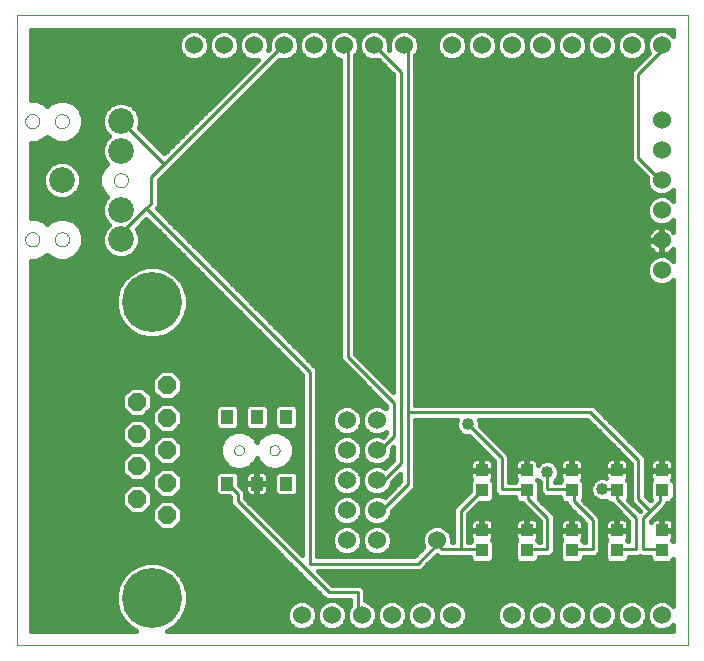
<source format=gtl>
G75*
G70*
%OFA0B0*%
%FSLAX24Y24*%
%IPPOS*%
%LPD*%
%AMOC8*
5,1,8,0,0,1.08239X$1,22.5*
%
%ADD10C,0.0000*%
%ADD11OC8,0.0600*%
%ADD12C,0.2000*%
%ADD13C,0.0600*%
%ADD14R,0.0394X0.0433*%
%ADD15R,0.0394X0.0453*%
%ADD16C,0.0860*%
%ADD17C,0.0100*%
%ADD18C,0.0160*%
%ADD19C,0.0400*%
D10*
X002701Y000685D02*
X002701Y021681D01*
X025071Y021681D01*
X025071Y000685D01*
X002701Y000685D01*
X009944Y007185D02*
X009946Y007210D01*
X009952Y007235D01*
X009961Y007259D01*
X009974Y007281D01*
X009991Y007301D01*
X010010Y007318D01*
X010031Y007332D01*
X010055Y007342D01*
X010079Y007349D01*
X010105Y007352D01*
X010130Y007351D01*
X010155Y007346D01*
X010179Y007337D01*
X010202Y007325D01*
X010222Y007310D01*
X010240Y007291D01*
X010255Y007270D01*
X010266Y007247D01*
X010274Y007223D01*
X010278Y007198D01*
X010278Y007172D01*
X010274Y007147D01*
X010266Y007123D01*
X010255Y007100D01*
X010240Y007079D01*
X010222Y007060D01*
X010202Y007045D01*
X010179Y007033D01*
X010155Y007024D01*
X010130Y007019D01*
X010105Y007018D01*
X010079Y007021D01*
X010055Y007028D01*
X010031Y007038D01*
X010010Y007052D01*
X009991Y007069D01*
X009974Y007089D01*
X009961Y007111D01*
X009952Y007135D01*
X009946Y007160D01*
X009944Y007185D01*
X011125Y007185D02*
X011127Y007210D01*
X011133Y007235D01*
X011142Y007259D01*
X011155Y007281D01*
X011172Y007301D01*
X011191Y007318D01*
X011212Y007332D01*
X011236Y007342D01*
X011260Y007349D01*
X011286Y007352D01*
X011311Y007351D01*
X011336Y007346D01*
X011360Y007337D01*
X011383Y007325D01*
X011403Y007310D01*
X011421Y007291D01*
X011436Y007270D01*
X011447Y007247D01*
X011455Y007223D01*
X011459Y007198D01*
X011459Y007172D01*
X011455Y007147D01*
X011447Y007123D01*
X011436Y007100D01*
X011421Y007079D01*
X011403Y007060D01*
X011383Y007045D01*
X011360Y007033D01*
X011336Y007024D01*
X011311Y007019D01*
X011286Y007018D01*
X011260Y007021D01*
X011236Y007028D01*
X011212Y007038D01*
X011191Y007052D01*
X011172Y007069D01*
X011155Y007089D01*
X011142Y007111D01*
X011133Y007135D01*
X011127Y007160D01*
X011125Y007185D01*
X003965Y014217D02*
X003967Y014247D01*
X003973Y014277D01*
X003982Y014306D01*
X003995Y014333D01*
X004012Y014358D01*
X004031Y014381D01*
X004054Y014402D01*
X004079Y014419D01*
X004105Y014433D01*
X004134Y014443D01*
X004163Y014450D01*
X004193Y014453D01*
X004224Y014452D01*
X004254Y014447D01*
X004283Y014438D01*
X004310Y014426D01*
X004336Y014411D01*
X004360Y014392D01*
X004381Y014370D01*
X004399Y014346D01*
X004414Y014319D01*
X004425Y014291D01*
X004433Y014262D01*
X004437Y014232D01*
X004437Y014202D01*
X004433Y014172D01*
X004425Y014143D01*
X004414Y014115D01*
X004399Y014088D01*
X004381Y014064D01*
X004360Y014042D01*
X004336Y014023D01*
X004310Y014008D01*
X004283Y013996D01*
X004254Y013987D01*
X004224Y013982D01*
X004193Y013981D01*
X004163Y013984D01*
X004134Y013991D01*
X004105Y014001D01*
X004079Y014015D01*
X004054Y014032D01*
X004031Y014053D01*
X004012Y014076D01*
X003995Y014101D01*
X003982Y014128D01*
X003973Y014157D01*
X003967Y014187D01*
X003965Y014217D01*
X002981Y014217D02*
X002983Y014247D01*
X002989Y014277D01*
X002998Y014306D01*
X003011Y014333D01*
X003028Y014358D01*
X003047Y014381D01*
X003070Y014402D01*
X003095Y014419D01*
X003121Y014433D01*
X003150Y014443D01*
X003179Y014450D01*
X003209Y014453D01*
X003240Y014452D01*
X003270Y014447D01*
X003299Y014438D01*
X003326Y014426D01*
X003352Y014411D01*
X003376Y014392D01*
X003397Y014370D01*
X003415Y014346D01*
X003430Y014319D01*
X003441Y014291D01*
X003449Y014262D01*
X003453Y014232D01*
X003453Y014202D01*
X003449Y014172D01*
X003441Y014143D01*
X003430Y014115D01*
X003415Y014088D01*
X003397Y014064D01*
X003376Y014042D01*
X003352Y014023D01*
X003326Y014008D01*
X003299Y013996D01*
X003270Y013987D01*
X003240Y013982D01*
X003209Y013981D01*
X003179Y013984D01*
X003150Y013991D01*
X003121Y014001D01*
X003095Y014015D01*
X003070Y014032D01*
X003047Y014053D01*
X003028Y014076D01*
X003011Y014101D01*
X002998Y014128D01*
X002989Y014157D01*
X002983Y014187D01*
X002981Y014217D01*
X005934Y016185D02*
X005936Y016215D01*
X005942Y016245D01*
X005951Y016274D01*
X005964Y016301D01*
X005981Y016326D01*
X006000Y016349D01*
X006023Y016370D01*
X006048Y016387D01*
X006074Y016401D01*
X006103Y016411D01*
X006132Y016418D01*
X006162Y016421D01*
X006193Y016420D01*
X006223Y016415D01*
X006252Y016406D01*
X006279Y016394D01*
X006305Y016379D01*
X006329Y016360D01*
X006350Y016338D01*
X006368Y016314D01*
X006383Y016287D01*
X006394Y016259D01*
X006402Y016230D01*
X006406Y016200D01*
X006406Y016170D01*
X006402Y016140D01*
X006394Y016111D01*
X006383Y016083D01*
X006368Y016056D01*
X006350Y016032D01*
X006329Y016010D01*
X006305Y015991D01*
X006279Y015976D01*
X006252Y015964D01*
X006223Y015955D01*
X006193Y015950D01*
X006162Y015949D01*
X006132Y015952D01*
X006103Y015959D01*
X006074Y015969D01*
X006048Y015983D01*
X006023Y016000D01*
X006000Y016021D01*
X005981Y016044D01*
X005964Y016069D01*
X005951Y016096D01*
X005942Y016125D01*
X005936Y016155D01*
X005934Y016185D01*
X003965Y018154D02*
X003967Y018184D01*
X003973Y018214D01*
X003982Y018243D01*
X003995Y018270D01*
X004012Y018295D01*
X004031Y018318D01*
X004054Y018339D01*
X004079Y018356D01*
X004105Y018370D01*
X004134Y018380D01*
X004163Y018387D01*
X004193Y018390D01*
X004224Y018389D01*
X004254Y018384D01*
X004283Y018375D01*
X004310Y018363D01*
X004336Y018348D01*
X004360Y018329D01*
X004381Y018307D01*
X004399Y018283D01*
X004414Y018256D01*
X004425Y018228D01*
X004433Y018199D01*
X004437Y018169D01*
X004437Y018139D01*
X004433Y018109D01*
X004425Y018080D01*
X004414Y018052D01*
X004399Y018025D01*
X004381Y018001D01*
X004360Y017979D01*
X004336Y017960D01*
X004310Y017945D01*
X004283Y017933D01*
X004254Y017924D01*
X004224Y017919D01*
X004193Y017918D01*
X004163Y017921D01*
X004134Y017928D01*
X004105Y017938D01*
X004079Y017952D01*
X004054Y017969D01*
X004031Y017990D01*
X004012Y018013D01*
X003995Y018038D01*
X003982Y018065D01*
X003973Y018094D01*
X003967Y018124D01*
X003965Y018154D01*
X002981Y018154D02*
X002983Y018184D01*
X002989Y018214D01*
X002998Y018243D01*
X003011Y018270D01*
X003028Y018295D01*
X003047Y018318D01*
X003070Y018339D01*
X003095Y018356D01*
X003121Y018370D01*
X003150Y018380D01*
X003179Y018387D01*
X003209Y018390D01*
X003240Y018389D01*
X003270Y018384D01*
X003299Y018375D01*
X003326Y018363D01*
X003352Y018348D01*
X003376Y018329D01*
X003397Y018307D01*
X003415Y018283D01*
X003430Y018256D01*
X003441Y018228D01*
X003449Y018199D01*
X003453Y018169D01*
X003453Y018139D01*
X003449Y018109D01*
X003441Y018080D01*
X003430Y018052D01*
X003415Y018025D01*
X003397Y018001D01*
X003376Y017979D01*
X003352Y017960D01*
X003326Y017945D01*
X003299Y017933D01*
X003270Y017924D01*
X003240Y017919D01*
X003209Y017918D01*
X003179Y017921D01*
X003150Y017928D01*
X003121Y017938D01*
X003095Y017952D01*
X003070Y017969D01*
X003047Y017990D01*
X003028Y018013D01*
X003011Y018038D01*
X002998Y018065D01*
X002989Y018094D01*
X002983Y018124D01*
X002981Y018154D01*
D11*
X007701Y009345D03*
X006701Y008805D03*
X007701Y008265D03*
X006701Y007725D03*
X007701Y007185D03*
X006701Y006645D03*
X007701Y006105D03*
X006701Y005565D03*
X007701Y005025D03*
D12*
X007201Y002255D03*
X007201Y012115D03*
D13*
X013701Y008185D03*
X013701Y007185D03*
X014701Y007185D03*
X014701Y008185D03*
X014701Y006185D03*
X014701Y005185D03*
X013701Y005185D03*
X013701Y006185D03*
X013701Y004185D03*
X014701Y004185D03*
X016701Y004185D03*
X016201Y001685D03*
X015201Y001685D03*
X014201Y001685D03*
X013201Y001685D03*
X012201Y001685D03*
X017201Y001685D03*
X019201Y001685D03*
X020201Y001685D03*
X021201Y001685D03*
X022201Y001685D03*
X023201Y001685D03*
X024201Y001685D03*
X024201Y013185D03*
X024201Y014185D03*
X024201Y015185D03*
X024201Y016185D03*
X024201Y017185D03*
X024201Y018185D03*
X024201Y020685D03*
X023201Y020685D03*
X022201Y020685D03*
X021201Y020685D03*
X020201Y020685D03*
X019201Y020685D03*
X018201Y020685D03*
X017201Y020685D03*
X015601Y020685D03*
X014601Y020685D03*
X013601Y020685D03*
X012601Y020685D03*
X011601Y020685D03*
X010601Y020685D03*
X009601Y020685D03*
X008601Y020685D03*
D14*
X018201Y006520D03*
X018201Y005851D03*
X018201Y004520D03*
X018201Y003851D03*
X019701Y003851D03*
X019701Y004520D03*
X019701Y005851D03*
X019701Y006520D03*
X021201Y006520D03*
X021201Y005851D03*
X021201Y004520D03*
X021201Y003851D03*
X022701Y003851D03*
X022701Y004520D03*
X024201Y004520D03*
X024201Y003851D03*
X024201Y005851D03*
X024201Y006520D03*
X022701Y006520D03*
X022701Y005851D03*
D15*
X011685Y006073D03*
X010701Y006073D03*
X009717Y006073D03*
X009717Y008298D03*
X010701Y008298D03*
X011685Y008298D03*
D16*
X006170Y014217D03*
X006170Y015201D03*
X004201Y016185D03*
X006170Y017170D03*
X006170Y018154D03*
D17*
X006221Y018125D01*
X007581Y016765D01*
X007581Y016685D01*
X011581Y020685D01*
X011601Y020685D01*
X013601Y020685D02*
X013661Y020685D01*
X013741Y020605D01*
X013741Y010285D01*
X015261Y008765D01*
X015261Y007645D01*
X014861Y007245D01*
X014701Y007245D01*
X014701Y007185D01*
X015501Y006765D02*
X014941Y006205D01*
X014701Y006205D01*
X014701Y006185D01*
X015501Y006765D02*
X015501Y019805D01*
X014621Y020685D01*
X014601Y020685D01*
X015601Y020685D02*
X015661Y020685D01*
X015741Y020605D01*
X015741Y008445D01*
X021821Y008445D01*
X023421Y006845D01*
X023421Y005565D01*
X023821Y005165D01*
X023581Y004925D01*
X023581Y003885D01*
X024141Y003885D01*
X024201Y003851D01*
X023341Y003885D02*
X023341Y004925D01*
X022701Y005565D01*
X022701Y005851D01*
X022701Y005885D01*
X022221Y005885D01*
X021261Y005805D02*
X021261Y005485D01*
X021901Y004845D01*
X021901Y003885D01*
X021261Y003885D01*
X021201Y003851D01*
X020381Y003885D02*
X020381Y004925D01*
X019741Y005565D01*
X019741Y005805D01*
X019701Y005851D01*
X019661Y005885D01*
X018861Y005885D01*
X018861Y006925D01*
X017741Y008045D01*
X015741Y008445D02*
X015741Y006045D01*
X014941Y005245D01*
X014701Y005245D01*
X014701Y005185D01*
X016701Y004185D02*
X016701Y004125D01*
X016701Y004185D02*
X016701Y004045D01*
X016061Y003405D01*
X012461Y003405D01*
X012461Y009805D01*
X007021Y015245D01*
X007181Y015405D01*
X007181Y016285D01*
X007581Y016685D01*
X007021Y015245D02*
X006221Y014445D01*
X006221Y014285D01*
X006170Y014217D01*
X009717Y006073D02*
X009741Y006045D01*
X010061Y005725D01*
X010061Y005485D01*
X013101Y002445D01*
X014061Y002445D01*
X014061Y001805D01*
X014141Y001725D01*
X014201Y001685D01*
X016701Y004045D02*
X016861Y003885D01*
X017501Y003885D01*
X017501Y005165D01*
X018141Y005805D01*
X018201Y005851D01*
X018141Y003885D02*
X017501Y003885D01*
X018141Y003885D02*
X018201Y003851D01*
X019701Y003851D02*
X019741Y003885D01*
X020381Y003885D01*
X020381Y005885D02*
X020381Y006445D01*
X020381Y005885D02*
X021181Y005885D01*
X021201Y005851D01*
X021261Y005805D01*
X022701Y003885D02*
X022701Y003851D01*
X022701Y003885D02*
X023341Y003885D01*
X023821Y005165D02*
X024141Y005485D01*
X024141Y005805D01*
X024201Y005851D01*
X024591Y006157D02*
X024621Y006125D01*
X024621Y005565D01*
X024591Y005545D01*
X024201Y016185D02*
X024141Y016205D01*
X023421Y016925D01*
X023421Y019725D01*
X024141Y020445D01*
X024141Y020685D01*
X024201Y020685D01*
D18*
X023735Y020503D02*
X023667Y020503D01*
X023701Y020586D02*
X023625Y020402D01*
X023484Y020261D01*
X023301Y020185D01*
X023102Y020185D01*
X022918Y020261D01*
X022777Y020402D01*
X022701Y020586D01*
X022625Y020402D01*
X022484Y020261D01*
X022301Y020185D01*
X022102Y020185D01*
X021918Y020261D01*
X021777Y020402D01*
X021701Y020586D01*
X021625Y020402D01*
X021484Y020261D01*
X021301Y020185D01*
X021102Y020185D01*
X020918Y020261D01*
X020777Y020402D01*
X020701Y020586D01*
X020625Y020402D01*
X020484Y020261D01*
X020301Y020185D01*
X020102Y020185D01*
X019918Y020261D01*
X019777Y020402D01*
X019701Y020586D01*
X019625Y020402D01*
X019484Y020261D01*
X019301Y020185D01*
X019102Y020185D01*
X018918Y020261D01*
X018777Y020402D01*
X018701Y020586D01*
X018625Y020402D01*
X018484Y020261D01*
X018301Y020185D01*
X018102Y020185D01*
X017918Y020261D01*
X017777Y020402D01*
X017701Y020586D01*
X017625Y020402D01*
X017484Y020261D01*
X017301Y020185D01*
X017102Y020185D01*
X016918Y020261D01*
X016777Y020402D01*
X016701Y020586D01*
X016701Y020785D01*
X016777Y020969D01*
X016918Y021109D01*
X017102Y021185D01*
X017301Y021185D01*
X017484Y021109D01*
X017625Y020969D01*
X017701Y020785D01*
X017701Y020586D01*
X017701Y020785D01*
X017777Y020969D01*
X017918Y021109D01*
X018102Y021185D01*
X018301Y021185D01*
X018484Y021109D01*
X018625Y020969D01*
X018701Y020785D01*
X018701Y020586D01*
X018701Y020785D01*
X018777Y020969D01*
X018918Y021109D01*
X019102Y021185D01*
X019301Y021185D01*
X019484Y021109D01*
X019625Y020969D01*
X019701Y020785D01*
X019701Y020586D01*
X019701Y020785D01*
X019777Y020969D01*
X019918Y021109D01*
X020102Y021185D01*
X020301Y021185D01*
X020484Y021109D01*
X020625Y020969D01*
X020701Y020785D01*
X020701Y020586D01*
X020701Y020785D01*
X020777Y020969D01*
X020918Y021109D01*
X021102Y021185D01*
X021301Y021185D01*
X021484Y021109D01*
X021625Y020969D01*
X021701Y020785D01*
X021701Y020586D01*
X021701Y020785D01*
X021777Y020969D01*
X021918Y021109D01*
X022102Y021185D01*
X022301Y021185D01*
X022484Y021109D01*
X022625Y020969D01*
X022701Y020785D01*
X022701Y020586D01*
X022701Y020785D01*
X022777Y020969D01*
X022918Y021109D01*
X023102Y021185D01*
X023301Y021185D01*
X023484Y021109D01*
X023625Y020969D01*
X023701Y020785D01*
X023701Y020586D01*
X023768Y020425D01*
X023209Y019867D01*
X023171Y019775D01*
X023171Y019676D01*
X023171Y016876D01*
X023209Y016784D01*
X023279Y016713D01*
X023703Y016290D01*
X023701Y016285D01*
X023701Y016086D01*
X023777Y015902D01*
X023918Y015761D01*
X024102Y015685D01*
X023918Y015609D01*
X023777Y015469D01*
X023701Y015285D01*
X023701Y015086D01*
X023777Y014902D01*
X023918Y014761D01*
X024102Y014685D01*
X024301Y014685D01*
X024484Y014761D01*
X024591Y014868D01*
X024591Y014465D01*
X024567Y014498D01*
X024514Y014551D01*
X024453Y014596D01*
X024385Y014630D01*
X024314Y014654D01*
X024239Y014665D01*
X024221Y014665D01*
X024221Y014206D01*
X024181Y014206D01*
X024181Y014665D01*
X024163Y014665D01*
X024089Y014654D01*
X024017Y014630D01*
X023950Y014596D01*
X023888Y014551D01*
X023835Y014498D01*
X023791Y014437D01*
X023756Y014370D01*
X023733Y014298D01*
X023721Y014223D01*
X023721Y014205D01*
X024181Y014205D01*
X024181Y014165D01*
X024221Y014165D01*
X024221Y013705D01*
X024239Y013705D01*
X024314Y013717D01*
X024385Y013741D01*
X024453Y013775D01*
X024514Y013819D01*
X024567Y013873D01*
X024591Y013906D01*
X024591Y013502D01*
X024484Y013609D01*
X024301Y013685D01*
X024102Y013685D01*
X023918Y013609D01*
X023777Y013469D01*
X023701Y013285D01*
X023701Y013086D01*
X023777Y012902D01*
X023918Y012761D01*
X024102Y012685D01*
X024301Y012685D01*
X024484Y012761D01*
X024591Y012868D01*
X024591Y006157D01*
X024547Y006201D01*
X024566Y006234D01*
X024578Y006280D01*
X024578Y006501D01*
X024220Y006501D01*
X024220Y006538D01*
X024578Y006538D01*
X024578Y006760D01*
X024566Y006806D01*
X024542Y006847D01*
X024508Y006881D01*
X024467Y006904D01*
X024422Y006916D01*
X024220Y006916D01*
X024220Y006539D01*
X024183Y006539D01*
X024183Y006916D01*
X023981Y006916D01*
X023935Y006904D01*
X023894Y006881D01*
X023860Y006847D01*
X023837Y006806D01*
X023824Y006760D01*
X023824Y006538D01*
X024182Y006538D01*
X024182Y006501D01*
X023824Y006501D01*
X023824Y006280D01*
X023837Y006234D01*
X023855Y006201D01*
X023804Y006150D01*
X023804Y005551D01*
X023829Y005527D01*
X023821Y005519D01*
X023671Y005669D01*
X023671Y006796D01*
X023671Y006895D01*
X023633Y006987D01*
X022033Y008587D01*
X021963Y008657D01*
X021871Y008695D01*
X015991Y008695D01*
X015991Y020368D01*
X016025Y020402D01*
X016101Y020586D01*
X016101Y020785D01*
X016025Y020969D01*
X015884Y021109D01*
X015701Y021185D01*
X015502Y021185D01*
X015318Y021109D01*
X015177Y020969D01*
X015101Y020785D01*
X015025Y020969D01*
X014884Y021109D01*
X014701Y021185D01*
X014502Y021185D01*
X014318Y021109D01*
X014177Y020969D01*
X014101Y020785D01*
X014025Y020969D01*
X013884Y021109D01*
X013701Y021185D01*
X013502Y021185D01*
X013318Y021109D01*
X013177Y020969D01*
X013101Y020785D01*
X013025Y020969D01*
X012884Y021109D01*
X012701Y021185D01*
X012502Y021185D01*
X012318Y021109D01*
X012177Y020969D01*
X012101Y020785D01*
X012025Y020969D01*
X011884Y021109D01*
X011701Y021185D01*
X011502Y021185D01*
X011318Y021109D01*
X011177Y020969D01*
X011101Y020785D01*
X011025Y020969D01*
X010884Y021109D01*
X010701Y021185D01*
X010502Y021185D01*
X010318Y021109D01*
X010177Y020969D01*
X010101Y020785D01*
X010101Y020586D01*
X010025Y020402D01*
X009884Y020261D01*
X009701Y020185D01*
X009502Y020185D01*
X009318Y020261D01*
X009177Y020402D01*
X009101Y020586D01*
X009025Y020402D01*
X008884Y020261D01*
X008701Y020185D01*
X008502Y020185D01*
X008318Y020261D01*
X008177Y020402D01*
X008101Y020586D01*
X008101Y020785D01*
X008177Y020969D01*
X008318Y021109D01*
X008502Y021185D01*
X008701Y021185D01*
X008884Y021109D01*
X009025Y020969D01*
X009101Y020785D01*
X009101Y020586D01*
X009101Y020785D01*
X009177Y020969D01*
X009318Y021109D01*
X009502Y021185D01*
X009701Y021185D01*
X009884Y021109D01*
X010025Y020969D01*
X010101Y020785D01*
X010101Y020586D01*
X010177Y020402D01*
X010318Y020261D01*
X010502Y020185D01*
X010701Y020185D01*
X010747Y020205D01*
X007621Y017079D01*
X006762Y017938D01*
X006800Y018029D01*
X006800Y018279D01*
X006704Y018511D01*
X006526Y018688D01*
X006295Y018784D01*
X006044Y018784D01*
X005813Y018688D01*
X005636Y018511D01*
X005540Y018279D01*
X005540Y018029D01*
X005636Y017797D01*
X005771Y017662D01*
X005636Y017526D01*
X005540Y017295D01*
X005540Y017044D01*
X005636Y016813D01*
X005710Y016738D01*
X005562Y016591D01*
X005453Y016328D01*
X005453Y016043D01*
X005562Y015780D01*
X005710Y015632D01*
X005636Y015558D01*
X005540Y015326D01*
X005540Y015076D01*
X005636Y014844D01*
X005771Y014709D01*
X005636Y014574D01*
X005540Y014342D01*
X005540Y014091D01*
X005636Y013860D01*
X005813Y013683D01*
X006044Y013587D01*
X006295Y013587D01*
X006526Y013683D01*
X006704Y013860D01*
X006800Y014091D01*
X006800Y014342D01*
X006704Y014574D01*
X006703Y014574D01*
X007021Y014892D01*
X012211Y009702D01*
X012211Y003689D01*
X010311Y005589D01*
X010311Y005775D01*
X010273Y005867D01*
X010203Y005937D01*
X010114Y006026D01*
X010114Y006382D01*
X009997Y006499D01*
X009437Y006499D01*
X009320Y006382D01*
X009320Y005764D01*
X009437Y005647D01*
X009786Y005647D01*
X009811Y005622D01*
X009811Y005535D01*
X009811Y005436D01*
X009849Y005344D01*
X012889Y002304D01*
X012959Y002233D01*
X013051Y002195D01*
X013811Y002195D01*
X013811Y002002D01*
X013777Y001969D01*
X013701Y001785D01*
X013701Y001586D01*
X013625Y001402D01*
X013484Y001261D01*
X013301Y001185D01*
X013102Y001185D01*
X012918Y001261D01*
X012777Y001402D01*
X012701Y001586D01*
X012625Y001402D01*
X012484Y001261D01*
X012301Y001185D01*
X012102Y001185D01*
X011918Y001261D01*
X011777Y001402D01*
X011701Y001586D01*
X011701Y001785D01*
X011777Y001969D01*
X011918Y002109D01*
X012102Y002185D01*
X012301Y002185D01*
X012484Y002109D01*
X012625Y001969D01*
X012701Y001785D01*
X012701Y001586D01*
X012701Y001785D01*
X012777Y001969D01*
X012918Y002109D01*
X013102Y002185D01*
X013301Y002185D01*
X013484Y002109D01*
X013625Y001969D01*
X013701Y001785D01*
X013701Y001586D01*
X013777Y001402D01*
X013918Y001261D01*
X014102Y001185D01*
X014301Y001185D01*
X014484Y001261D01*
X014625Y001402D01*
X014701Y001586D01*
X014701Y001785D01*
X014625Y001969D01*
X014484Y002109D01*
X014311Y002181D01*
X014311Y002495D01*
X014273Y002587D01*
X014203Y002657D01*
X014111Y002695D01*
X014011Y002695D01*
X013205Y002695D01*
X012745Y003155D01*
X016111Y003155D01*
X016203Y003193D01*
X016273Y003264D01*
X016695Y003685D01*
X016708Y003685D01*
X016719Y003673D01*
X016811Y003635D01*
X016911Y003635D01*
X017451Y003635D01*
X017551Y003635D01*
X017804Y003635D01*
X017804Y003551D01*
X017921Y003434D01*
X018481Y003434D01*
X018598Y003551D01*
X018598Y004150D01*
X018547Y004201D01*
X018566Y004234D01*
X018578Y004280D01*
X018578Y004501D01*
X018220Y004501D01*
X018220Y004538D01*
X018578Y004538D01*
X018578Y004760D01*
X018566Y004806D01*
X018542Y004847D01*
X018508Y004881D01*
X018467Y004904D01*
X018422Y004916D01*
X018220Y004916D01*
X018220Y004539D01*
X018183Y004539D01*
X018183Y004916D01*
X017981Y004916D01*
X017935Y004904D01*
X017894Y004881D01*
X017860Y004847D01*
X017837Y004806D01*
X017824Y004760D01*
X017824Y004538D01*
X018182Y004538D01*
X018182Y004501D01*
X017824Y004501D01*
X017824Y004280D01*
X017837Y004234D01*
X017855Y004201D01*
X017804Y004150D01*
X017804Y004135D01*
X017751Y004135D01*
X017751Y005062D01*
X018123Y005434D01*
X018481Y005434D01*
X018598Y005551D01*
X018598Y006150D01*
X018547Y006201D01*
X018566Y006234D01*
X018578Y006280D01*
X018578Y006501D01*
X018220Y006501D01*
X018220Y006538D01*
X018578Y006538D01*
X018578Y006760D01*
X018566Y006806D01*
X018542Y006847D01*
X018508Y006881D01*
X018467Y006904D01*
X018422Y006916D01*
X018220Y006916D01*
X018220Y006539D01*
X018183Y006539D01*
X018183Y006916D01*
X017981Y006916D01*
X017935Y006904D01*
X017894Y006881D01*
X017860Y006847D01*
X017837Y006806D01*
X017824Y006760D01*
X017824Y006538D01*
X018182Y006538D01*
X018182Y006501D01*
X017824Y006501D01*
X017824Y006280D01*
X017837Y006234D01*
X017855Y006201D01*
X017804Y006150D01*
X017804Y005822D01*
X017359Y005377D01*
X017289Y005307D01*
X017251Y005215D01*
X017251Y004135D01*
X017201Y004135D01*
X017201Y004285D01*
X017125Y004469D01*
X016984Y004609D01*
X016801Y004685D01*
X016602Y004685D01*
X016418Y004609D01*
X016277Y004469D01*
X016201Y004285D01*
X016201Y004086D01*
X016256Y003954D01*
X015958Y003655D01*
X012711Y003655D01*
X012711Y009756D01*
X012711Y009855D01*
X012673Y009947D01*
X007375Y015245D01*
X007393Y015264D01*
X007431Y015356D01*
X007431Y015455D01*
X007431Y016182D01*
X007723Y016473D01*
X011454Y020205D01*
X011502Y020185D01*
X011701Y020185D01*
X011884Y020261D01*
X012025Y020402D01*
X012101Y020586D01*
X012101Y020785D01*
X012101Y020586D01*
X012177Y020402D01*
X012318Y020261D01*
X012502Y020185D01*
X012701Y020185D01*
X012884Y020261D01*
X013025Y020402D01*
X013101Y020586D01*
X013101Y020785D01*
X013101Y020586D01*
X013177Y020402D01*
X013318Y020261D01*
X013491Y020190D01*
X013491Y010335D01*
X013491Y010236D01*
X013529Y010144D01*
X015011Y008662D01*
X015011Y008582D01*
X014984Y008609D01*
X014801Y008685D01*
X014602Y008685D01*
X014418Y008609D01*
X014277Y008469D01*
X014201Y008285D01*
X014125Y008469D01*
X013984Y008609D01*
X013801Y008685D01*
X013602Y008685D01*
X013418Y008609D01*
X013277Y008469D01*
X013201Y008285D01*
X013201Y008086D01*
X013277Y007902D01*
X013418Y007761D01*
X013602Y007685D01*
X013418Y007609D01*
X013277Y007469D01*
X013201Y007285D01*
X013201Y007086D01*
X013277Y006902D01*
X013418Y006761D01*
X013602Y006685D01*
X013418Y006609D01*
X013277Y006469D01*
X013201Y006285D01*
X013201Y006086D01*
X013277Y005902D01*
X013418Y005761D01*
X013602Y005685D01*
X013418Y005609D01*
X013277Y005469D01*
X013201Y005285D01*
X013201Y005086D01*
X013277Y004902D01*
X013418Y004761D01*
X013602Y004685D01*
X013418Y004609D01*
X013277Y004469D01*
X013201Y004285D01*
X013201Y004086D01*
X013277Y003902D01*
X013418Y003761D01*
X013602Y003685D01*
X013801Y003685D01*
X013984Y003761D01*
X014125Y003902D01*
X014201Y004086D01*
X014201Y004285D01*
X014201Y004086D01*
X014277Y003902D01*
X014418Y003761D01*
X014602Y003685D01*
X014801Y003685D01*
X014984Y003761D01*
X015125Y003902D01*
X015201Y004086D01*
X015201Y004285D01*
X015125Y004469D01*
X014984Y004609D01*
X014801Y004685D01*
X014602Y004685D01*
X014418Y004609D01*
X014277Y004469D01*
X014201Y004285D01*
X014125Y004469D01*
X013984Y004609D01*
X013801Y004685D01*
X013602Y004685D01*
X013801Y004685D01*
X013984Y004761D01*
X014125Y004902D01*
X014201Y005086D01*
X014201Y005285D01*
X014125Y005469D01*
X013984Y005609D01*
X013801Y005685D01*
X013602Y005685D01*
X013801Y005685D01*
X013984Y005761D01*
X014125Y005902D01*
X014201Y006086D01*
X014201Y006285D01*
X014125Y006469D01*
X013984Y006609D01*
X013801Y006685D01*
X013602Y006685D01*
X013801Y006685D01*
X013984Y006761D01*
X014125Y006902D01*
X014201Y007086D01*
X014201Y007285D01*
X014125Y007469D01*
X013984Y007609D01*
X013801Y007685D01*
X013602Y007685D01*
X013801Y007685D01*
X013984Y007761D01*
X014125Y007902D01*
X014201Y008086D01*
X014201Y008285D01*
X014201Y008086D01*
X014277Y007902D01*
X014418Y007761D01*
X014602Y007685D01*
X014418Y007609D01*
X014277Y007469D01*
X014201Y007285D01*
X014201Y007086D01*
X014277Y006902D01*
X014418Y006761D01*
X014602Y006685D01*
X014418Y006609D01*
X014277Y006469D01*
X014201Y006285D01*
X014201Y006086D01*
X014277Y005902D01*
X014418Y005761D01*
X014602Y005685D01*
X014418Y005609D01*
X014277Y005469D01*
X014201Y005285D01*
X014201Y005086D01*
X014277Y004902D01*
X014418Y004761D01*
X014602Y004685D01*
X014801Y004685D01*
X014984Y004761D01*
X015125Y004902D01*
X015201Y005086D01*
X015201Y005152D01*
X015953Y005904D01*
X015991Y005996D01*
X015991Y006095D01*
X015991Y008195D01*
X017370Y008195D01*
X017341Y008125D01*
X017341Y007966D01*
X017402Y007819D01*
X017514Y007706D01*
X017661Y007645D01*
X017788Y007645D01*
X018611Y006822D01*
X018611Y005836D01*
X018649Y005744D01*
X018719Y005673D01*
X018811Y005635D01*
X018911Y005635D01*
X019304Y005635D01*
X019304Y005551D01*
X019421Y005434D01*
X019525Y005434D01*
X019529Y005424D01*
X019599Y005353D01*
X020131Y004822D01*
X020131Y004135D01*
X020098Y004135D01*
X020098Y004150D01*
X020047Y004201D01*
X020066Y004234D01*
X020078Y004280D01*
X020078Y004501D01*
X019720Y004501D01*
X019720Y004538D01*
X020078Y004538D01*
X020078Y004760D01*
X020066Y004806D01*
X020042Y004847D01*
X020008Y004881D01*
X019967Y004904D01*
X019922Y004916D01*
X019720Y004916D01*
X019720Y004539D01*
X019683Y004539D01*
X019683Y004916D01*
X019481Y004916D01*
X019435Y004904D01*
X019394Y004881D01*
X019360Y004847D01*
X019337Y004806D01*
X019324Y004760D01*
X019324Y004538D01*
X019682Y004538D01*
X019682Y004501D01*
X019324Y004501D01*
X019324Y004280D01*
X019337Y004234D01*
X019355Y004201D01*
X019304Y004150D01*
X019304Y003551D01*
X019421Y003434D01*
X019981Y003434D01*
X020098Y003551D01*
X020098Y003635D01*
X020331Y003635D01*
X020431Y003635D01*
X020523Y003673D01*
X020593Y003744D01*
X020631Y003836D01*
X020631Y004876D01*
X020631Y004975D01*
X020593Y005067D01*
X020098Y005562D01*
X020098Y006150D01*
X020047Y006201D01*
X020051Y006209D01*
X020131Y006130D01*
X020131Y005836D01*
X020169Y005744D01*
X020239Y005673D01*
X020331Y005635D01*
X020431Y005635D01*
X020804Y005635D01*
X020804Y005551D01*
X020921Y005434D01*
X021012Y005434D01*
X021049Y005344D01*
X021119Y005273D01*
X021651Y004742D01*
X021651Y004135D01*
X021598Y004135D01*
X021598Y004150D01*
X021547Y004201D01*
X021566Y004234D01*
X021578Y004280D01*
X021578Y004501D01*
X021220Y004501D01*
X021220Y004538D01*
X021578Y004538D01*
X021578Y004760D01*
X021566Y004806D01*
X021542Y004847D01*
X021508Y004881D01*
X021467Y004904D01*
X021422Y004916D01*
X021220Y004916D01*
X021220Y004539D01*
X021183Y004539D01*
X021183Y004916D01*
X020981Y004916D01*
X020935Y004904D01*
X020894Y004881D01*
X020860Y004847D01*
X020837Y004806D01*
X020824Y004760D01*
X020824Y004538D01*
X021182Y004538D01*
X021182Y004501D01*
X020824Y004501D01*
X020824Y004280D01*
X020837Y004234D01*
X020855Y004201D01*
X020804Y004150D01*
X020804Y003551D01*
X020921Y003434D01*
X021481Y003434D01*
X021598Y003551D01*
X021598Y003635D01*
X021851Y003635D01*
X021951Y003635D01*
X022043Y003673D01*
X022113Y003744D01*
X022151Y003836D01*
X022151Y004796D01*
X022151Y004895D01*
X022113Y004987D01*
X021573Y005527D01*
X021598Y005551D01*
X021598Y006150D01*
X021547Y006201D01*
X021566Y006234D01*
X021578Y006280D01*
X021578Y006501D01*
X021220Y006501D01*
X021220Y006538D01*
X021578Y006538D01*
X021578Y006760D01*
X021566Y006806D01*
X021542Y006847D01*
X021508Y006881D01*
X021467Y006904D01*
X021422Y006916D01*
X021220Y006916D01*
X021220Y006539D01*
X021183Y006539D01*
X021183Y006916D01*
X020981Y006916D01*
X020935Y006904D01*
X020894Y006881D01*
X020860Y006847D01*
X020837Y006806D01*
X020824Y006760D01*
X020824Y006538D01*
X021182Y006538D01*
X021182Y006501D01*
X020824Y006501D01*
X020824Y006280D01*
X020837Y006234D01*
X020855Y006201D01*
X020804Y006150D01*
X020804Y006135D01*
X020637Y006135D01*
X020720Y006219D01*
X020781Y006366D01*
X020781Y006525D01*
X020720Y006672D01*
X020608Y006784D01*
X020461Y006845D01*
X020301Y006845D01*
X020154Y006784D01*
X020078Y006708D01*
X020078Y006760D01*
X020066Y006806D01*
X020042Y006847D01*
X020008Y006881D01*
X019967Y006904D01*
X019922Y006916D01*
X019720Y006916D01*
X019720Y006539D01*
X019683Y006539D01*
X019683Y006916D01*
X019481Y006916D01*
X019435Y006904D01*
X019394Y006881D01*
X019360Y006847D01*
X019337Y006806D01*
X019324Y006760D01*
X019324Y006538D01*
X019682Y006538D01*
X019682Y006501D01*
X019324Y006501D01*
X019324Y006280D01*
X019337Y006234D01*
X019355Y006201D01*
X019304Y006150D01*
X019304Y006135D01*
X019111Y006135D01*
X019111Y006876D01*
X019111Y006975D01*
X019073Y007067D01*
X018141Y007999D01*
X018141Y008125D01*
X018112Y008195D01*
X021718Y008195D01*
X023171Y006742D01*
X023171Y005516D01*
X023209Y005424D01*
X023279Y005353D01*
X023468Y005165D01*
X023461Y005159D01*
X023083Y005537D01*
X023098Y005551D01*
X023098Y006150D01*
X023047Y006201D01*
X023066Y006234D01*
X023078Y006280D01*
X023078Y006501D01*
X022720Y006501D01*
X022720Y006538D01*
X023078Y006538D01*
X023078Y006760D01*
X023066Y006806D01*
X023042Y006847D01*
X023008Y006881D01*
X022967Y006904D01*
X022922Y006916D01*
X022720Y006916D01*
X022720Y006539D01*
X022683Y006539D01*
X022683Y006916D01*
X022481Y006916D01*
X022435Y006904D01*
X022394Y006881D01*
X022360Y006847D01*
X022337Y006806D01*
X022324Y006760D01*
X022324Y006538D01*
X022682Y006538D01*
X022682Y006501D01*
X022324Y006501D01*
X022324Y006280D01*
X022326Y006275D01*
X022301Y006285D01*
X022141Y006285D01*
X021994Y006224D01*
X021882Y006112D01*
X021821Y005965D01*
X021821Y005806D01*
X021882Y005659D01*
X021994Y005546D01*
X022141Y005485D01*
X022301Y005485D01*
X022350Y005506D01*
X022421Y005434D01*
X022485Y005434D01*
X022489Y005424D01*
X022559Y005353D01*
X023091Y004822D01*
X023091Y004157D01*
X023047Y004201D01*
X023066Y004234D01*
X023078Y004280D01*
X023078Y004501D01*
X022720Y004501D01*
X022720Y004538D01*
X023078Y004538D01*
X023078Y004760D01*
X023066Y004806D01*
X023042Y004847D01*
X023008Y004881D01*
X022967Y004904D01*
X022922Y004916D01*
X022720Y004916D01*
X022720Y004539D01*
X022683Y004539D01*
X022683Y004916D01*
X022481Y004916D01*
X022435Y004904D01*
X022394Y004881D01*
X022360Y004847D01*
X022337Y004806D01*
X022324Y004760D01*
X022324Y004538D01*
X022682Y004538D01*
X022682Y004501D01*
X022324Y004501D01*
X022324Y004280D01*
X022337Y004234D01*
X022355Y004201D01*
X022304Y004150D01*
X022304Y003551D01*
X022421Y003434D01*
X022981Y003434D01*
X023098Y003551D01*
X023098Y003635D01*
X023291Y003635D01*
X023391Y003635D01*
X023461Y003664D01*
X023531Y003635D01*
X023631Y003635D01*
X023804Y003635D01*
X023804Y003551D01*
X023921Y003434D01*
X024481Y003434D01*
X024591Y003545D01*
X024591Y002002D01*
X024484Y002109D01*
X024301Y002185D01*
X024102Y002185D01*
X023918Y002109D01*
X023777Y001969D01*
X023701Y001785D01*
X023625Y001969D01*
X023484Y002109D01*
X023301Y002185D01*
X023102Y002185D01*
X022918Y002109D01*
X022777Y001969D01*
X022701Y001785D01*
X022701Y001586D01*
X022625Y001402D01*
X022484Y001261D01*
X022301Y001185D01*
X022102Y001185D01*
X021918Y001261D01*
X021777Y001402D01*
X021701Y001586D01*
X021625Y001402D01*
X021484Y001261D01*
X021301Y001185D01*
X021102Y001185D01*
X020918Y001261D01*
X020777Y001402D01*
X020701Y001586D01*
X020625Y001402D01*
X020484Y001261D01*
X020301Y001185D01*
X020102Y001185D01*
X019918Y001261D01*
X019777Y001402D01*
X019701Y001586D01*
X019625Y001402D01*
X019484Y001261D01*
X019301Y001185D01*
X019102Y001185D01*
X018918Y001261D01*
X018777Y001402D01*
X018701Y001586D01*
X018701Y001785D01*
X018777Y001969D01*
X018918Y002109D01*
X019102Y002185D01*
X019301Y002185D01*
X019484Y002109D01*
X019625Y001969D01*
X019701Y001785D01*
X019701Y001586D01*
X019701Y001785D01*
X019777Y001969D01*
X019918Y002109D01*
X020102Y002185D01*
X020301Y002185D01*
X020484Y002109D01*
X020625Y001969D01*
X020701Y001785D01*
X020701Y001586D01*
X020701Y001785D01*
X020777Y001969D01*
X020918Y002109D01*
X021102Y002185D01*
X021301Y002185D01*
X021484Y002109D01*
X021625Y001969D01*
X021701Y001785D01*
X021701Y001586D01*
X021701Y001785D01*
X021777Y001969D01*
X021918Y002109D01*
X022102Y002185D01*
X022301Y002185D01*
X022484Y002109D01*
X022625Y001969D01*
X022701Y001785D01*
X022701Y001586D01*
X022777Y001402D01*
X022918Y001261D01*
X023102Y001185D01*
X023301Y001185D01*
X023484Y001261D01*
X023625Y001402D01*
X023701Y001586D01*
X023701Y001785D01*
X023701Y001586D01*
X023777Y001402D01*
X023918Y001261D01*
X024102Y001185D01*
X024301Y001185D01*
X024484Y001261D01*
X024591Y001368D01*
X024591Y001165D01*
X007713Y001165D01*
X007938Y001295D01*
X008161Y001519D01*
X008319Y001792D01*
X008401Y002097D01*
X008401Y002413D01*
X008319Y002719D01*
X008161Y002992D01*
X007938Y003216D01*
X007664Y003374D01*
X007359Y003455D01*
X007043Y003455D01*
X006738Y003374D01*
X006464Y003216D01*
X006241Y002992D01*
X006083Y002719D01*
X006001Y002413D01*
X006001Y002097D01*
X006083Y001792D01*
X006241Y001519D01*
X006464Y001295D01*
X006689Y001165D01*
X003181Y001165D01*
X003181Y013501D01*
X003359Y013501D01*
X003623Y013610D01*
X003709Y013696D01*
X003795Y013610D01*
X004059Y013501D01*
X004344Y013501D01*
X004607Y013610D01*
X004808Y013811D01*
X004917Y014074D01*
X004917Y014359D01*
X004808Y014623D01*
X004607Y014824D01*
X004344Y014933D01*
X004059Y014933D01*
X003795Y014824D01*
X003709Y014738D01*
X003623Y014824D01*
X003359Y014933D01*
X003181Y014933D01*
X003181Y017438D01*
X003359Y017438D01*
X003623Y017547D01*
X003709Y017633D01*
X003795Y017547D01*
X004059Y017438D01*
X004344Y017438D01*
X004607Y017547D01*
X004808Y017748D01*
X004917Y018011D01*
X004917Y018296D01*
X004808Y018560D01*
X004607Y018761D01*
X004344Y018870D01*
X004059Y018870D01*
X003795Y018761D01*
X003709Y018675D01*
X003623Y018761D01*
X003359Y018870D01*
X003181Y018870D01*
X003181Y021201D01*
X024591Y021201D01*
X024591Y021002D01*
X024484Y021109D01*
X024301Y021185D01*
X024102Y021185D01*
X023918Y021109D01*
X023777Y020969D01*
X023701Y020785D01*
X023701Y020586D01*
X023701Y020662D02*
X023701Y020662D01*
X023686Y020820D02*
X023716Y020820D01*
X023788Y020979D02*
X023615Y020979D01*
X023416Y021137D02*
X023986Y021137D01*
X024416Y021137D02*
X024591Y021137D01*
X023687Y020345D02*
X023568Y020345D01*
X023528Y020186D02*
X023303Y020186D01*
X023370Y020028D02*
X015991Y020028D01*
X015991Y020186D02*
X017100Y020186D01*
X017303Y020186D02*
X018100Y020186D01*
X018303Y020186D02*
X019100Y020186D01*
X019303Y020186D02*
X020100Y020186D01*
X020303Y020186D02*
X021100Y020186D01*
X021303Y020186D02*
X022100Y020186D01*
X022303Y020186D02*
X023100Y020186D01*
X022835Y020345D02*
X022568Y020345D01*
X022667Y020503D02*
X022735Y020503D01*
X022701Y020662D02*
X022701Y020662D01*
X022686Y020820D02*
X022716Y020820D01*
X022788Y020979D02*
X022615Y020979D01*
X022416Y021137D02*
X022986Y021137D01*
X021986Y021137D02*
X021416Y021137D01*
X021615Y020979D02*
X021788Y020979D01*
X021716Y020820D02*
X021686Y020820D01*
X021701Y020662D02*
X021701Y020662D01*
X021667Y020503D02*
X021735Y020503D01*
X021835Y020345D02*
X021568Y020345D01*
X020835Y020345D02*
X020568Y020345D01*
X020667Y020503D02*
X020735Y020503D01*
X020701Y020662D02*
X020701Y020662D01*
X020686Y020820D02*
X020716Y020820D01*
X020788Y020979D02*
X020615Y020979D01*
X020416Y021137D02*
X020986Y021137D01*
X019986Y021137D02*
X019416Y021137D01*
X019615Y020979D02*
X019788Y020979D01*
X019716Y020820D02*
X019686Y020820D01*
X019701Y020662D02*
X019701Y020662D01*
X019667Y020503D02*
X019735Y020503D01*
X019835Y020345D02*
X019568Y020345D01*
X018835Y020345D02*
X018568Y020345D01*
X018667Y020503D02*
X018735Y020503D01*
X018701Y020662D02*
X018701Y020662D01*
X018686Y020820D02*
X018716Y020820D01*
X018788Y020979D02*
X018615Y020979D01*
X018416Y021137D02*
X018986Y021137D01*
X017986Y021137D02*
X017416Y021137D01*
X017615Y020979D02*
X017788Y020979D01*
X017716Y020820D02*
X017686Y020820D01*
X017701Y020662D02*
X017701Y020662D01*
X017667Y020503D02*
X017735Y020503D01*
X017835Y020345D02*
X017568Y020345D01*
X016835Y020345D02*
X015991Y020345D01*
X016067Y020503D02*
X016735Y020503D01*
X016701Y020662D02*
X016101Y020662D01*
X016086Y020820D02*
X016716Y020820D01*
X016788Y020979D02*
X016015Y020979D01*
X015816Y021137D02*
X016986Y021137D01*
X015386Y021137D02*
X014816Y021137D01*
X015015Y020979D02*
X015188Y020979D01*
X015116Y020820D02*
X015086Y020820D01*
X015101Y020785D02*
X015101Y020586D01*
X015093Y020567D01*
X015120Y020540D01*
X015101Y020586D01*
X015101Y020785D01*
X015101Y020662D02*
X015101Y020662D01*
X014748Y020205D02*
X015251Y019702D01*
X015251Y009129D01*
X013991Y010389D01*
X013991Y020368D01*
X014025Y020402D01*
X014101Y020586D01*
X014101Y020785D01*
X014101Y020586D01*
X014177Y020402D01*
X014318Y020261D01*
X014502Y020185D01*
X014701Y020185D01*
X014748Y020205D01*
X014767Y020186D02*
X014703Y020186D01*
X014500Y020186D02*
X013991Y020186D01*
X013991Y020028D02*
X014925Y020028D01*
X015084Y019869D02*
X013991Y019869D01*
X013991Y019711D02*
X015242Y019711D01*
X015251Y019552D02*
X013991Y019552D01*
X013991Y019393D02*
X015251Y019393D01*
X015251Y019235D02*
X013991Y019235D01*
X013991Y019076D02*
X015251Y019076D01*
X015251Y018918D02*
X013991Y018918D01*
X013991Y018759D02*
X015251Y018759D01*
X015251Y018601D02*
X013991Y018601D01*
X013991Y018442D02*
X015251Y018442D01*
X015251Y018284D02*
X013991Y018284D01*
X013991Y018125D02*
X015251Y018125D01*
X015251Y017967D02*
X013991Y017967D01*
X013991Y017808D02*
X015251Y017808D01*
X015251Y017649D02*
X013991Y017649D01*
X013991Y017491D02*
X015251Y017491D01*
X015251Y017332D02*
X013991Y017332D01*
X013991Y017174D02*
X015251Y017174D01*
X015251Y017015D02*
X013991Y017015D01*
X013991Y016857D02*
X015251Y016857D01*
X015251Y016698D02*
X013991Y016698D01*
X013991Y016540D02*
X015251Y016540D01*
X015251Y016381D02*
X013991Y016381D01*
X013991Y016223D02*
X015251Y016223D01*
X015251Y016064D02*
X013991Y016064D01*
X013991Y015906D02*
X015251Y015906D01*
X015251Y015747D02*
X013991Y015747D01*
X013991Y015588D02*
X015251Y015588D01*
X015251Y015430D02*
X013991Y015430D01*
X013991Y015271D02*
X015251Y015271D01*
X015251Y015113D02*
X013991Y015113D01*
X013991Y014954D02*
X015251Y014954D01*
X015251Y014796D02*
X013991Y014796D01*
X013991Y014637D02*
X015251Y014637D01*
X015251Y014479D02*
X013991Y014479D01*
X013991Y014320D02*
X015251Y014320D01*
X015251Y014162D02*
X013991Y014162D01*
X013991Y014003D02*
X015251Y014003D01*
X015251Y013844D02*
X013991Y013844D01*
X013991Y013686D02*
X015251Y013686D01*
X015251Y013527D02*
X013991Y013527D01*
X013991Y013369D02*
X015251Y013369D01*
X015251Y013210D02*
X013991Y013210D01*
X013991Y013052D02*
X015251Y013052D01*
X015251Y012893D02*
X013991Y012893D01*
X013991Y012735D02*
X015251Y012735D01*
X015251Y012576D02*
X013991Y012576D01*
X013991Y012418D02*
X015251Y012418D01*
X015251Y012259D02*
X013991Y012259D01*
X013991Y012100D02*
X015251Y012100D01*
X015251Y011942D02*
X013991Y011942D01*
X013991Y011783D02*
X015251Y011783D01*
X015251Y011625D02*
X013991Y011625D01*
X013991Y011466D02*
X015251Y011466D01*
X015251Y011308D02*
X013991Y011308D01*
X013991Y011149D02*
X015251Y011149D01*
X015251Y010991D02*
X013991Y010991D01*
X013991Y010832D02*
X015251Y010832D01*
X015251Y010674D02*
X013991Y010674D01*
X013991Y010515D02*
X015251Y010515D01*
X015251Y010356D02*
X014023Y010356D01*
X014182Y010198D02*
X015251Y010198D01*
X015251Y010039D02*
X014341Y010039D01*
X014499Y009881D02*
X015251Y009881D01*
X015251Y009722D02*
X014658Y009722D01*
X014816Y009564D02*
X015251Y009564D01*
X015251Y009405D02*
X014975Y009405D01*
X015133Y009247D02*
X015251Y009247D01*
X014902Y008771D02*
X012711Y008771D01*
X012711Y008613D02*
X013426Y008613D01*
X013271Y008454D02*
X012711Y008454D01*
X012711Y008295D02*
X013206Y008295D01*
X013201Y008137D02*
X012711Y008137D01*
X012711Y007978D02*
X013246Y007978D01*
X013360Y007820D02*
X012711Y007820D01*
X012711Y007661D02*
X013544Y007661D01*
X013311Y007503D02*
X012711Y007503D01*
X012711Y007344D02*
X013226Y007344D01*
X013201Y007186D02*
X012711Y007186D01*
X012711Y007027D02*
X013225Y007027D01*
X013311Y006869D02*
X012711Y006869D01*
X012711Y006710D02*
X013542Y006710D01*
X013360Y006551D02*
X012711Y006551D01*
X012711Y006393D02*
X013246Y006393D01*
X013201Y006234D02*
X012711Y006234D01*
X012711Y006076D02*
X013205Y006076D01*
X013271Y005917D02*
X012711Y005917D01*
X012711Y005759D02*
X013424Y005759D01*
X013409Y005600D02*
X012711Y005600D01*
X012711Y005442D02*
X013266Y005442D01*
X013201Y005283D02*
X012711Y005283D01*
X012711Y005125D02*
X013201Y005125D01*
X013251Y004966D02*
X012711Y004966D01*
X012711Y004807D02*
X013372Y004807D01*
X013514Y004649D02*
X012711Y004649D01*
X012711Y004490D02*
X013299Y004490D01*
X013221Y004332D02*
X012711Y004332D01*
X012711Y004173D02*
X013201Y004173D01*
X013231Y004015D02*
X012711Y004015D01*
X012711Y003856D02*
X013323Y003856D01*
X013572Y003698D02*
X012711Y003698D01*
X012211Y003698D02*
X012202Y003698D01*
X012211Y003856D02*
X012044Y003856D01*
X011885Y004015D02*
X012211Y004015D01*
X012211Y004173D02*
X011727Y004173D01*
X011568Y004332D02*
X012211Y004332D01*
X012211Y004490D02*
X011410Y004490D01*
X011251Y004649D02*
X012211Y004649D01*
X012211Y004807D02*
X011092Y004807D01*
X010934Y004966D02*
X012211Y004966D01*
X012211Y005125D02*
X010775Y005125D01*
X010617Y005283D02*
X012211Y005283D01*
X012211Y005442D02*
X010458Y005442D01*
X010311Y005600D02*
X012211Y005600D01*
X012211Y005759D02*
X012077Y005759D01*
X012082Y005764D02*
X012082Y006382D01*
X011965Y006499D01*
X011406Y006499D01*
X011289Y006382D01*
X011289Y005764D01*
X011406Y005647D01*
X011965Y005647D01*
X012082Y005764D01*
X012082Y005917D02*
X012211Y005917D01*
X012211Y006076D02*
X012082Y006076D01*
X012082Y006234D02*
X012211Y006234D01*
X012211Y006393D02*
X012072Y006393D01*
X012211Y006551D02*
X011453Y006551D01*
X011420Y006538D02*
X011658Y006637D01*
X011840Y006819D01*
X011939Y007057D01*
X011939Y007314D01*
X011840Y007552D01*
X011658Y007734D01*
X011420Y007833D01*
X011163Y007833D01*
X010925Y007734D01*
X010743Y007552D01*
X010701Y007451D01*
X010659Y007552D01*
X010477Y007734D01*
X010239Y007833D01*
X009982Y007833D01*
X009744Y007734D01*
X009562Y007552D01*
X009463Y007314D01*
X009463Y007057D01*
X009562Y006819D01*
X009744Y006637D01*
X009982Y006538D01*
X010239Y006538D01*
X010477Y006637D01*
X010659Y006819D01*
X010701Y006920D01*
X010743Y006819D01*
X010925Y006637D01*
X011163Y006538D01*
X011420Y006538D01*
X011299Y006393D02*
X011052Y006393D01*
X011042Y006410D02*
X011008Y006444D01*
X010967Y006467D01*
X010922Y006479D01*
X010720Y006479D01*
X010720Y006092D01*
X011078Y006092D01*
X011078Y006323D01*
X011066Y006369D01*
X011042Y006410D01*
X011130Y006551D02*
X010272Y006551D01*
X010394Y006444D02*
X010360Y006410D01*
X010337Y006369D01*
X010324Y006323D01*
X010324Y006092D01*
X010682Y006092D01*
X010682Y006055D01*
X010324Y006055D01*
X010324Y005823D01*
X010337Y005777D01*
X010360Y005736D01*
X010394Y005703D01*
X010435Y005679D01*
X010481Y005667D01*
X010683Y005667D01*
X010683Y006054D01*
X010720Y006054D01*
X010720Y005667D01*
X010922Y005667D01*
X010967Y005679D01*
X011008Y005703D01*
X011042Y005736D01*
X011066Y005777D01*
X011078Y005823D01*
X011078Y006055D01*
X010720Y006055D01*
X010720Y006092D01*
X010683Y006092D01*
X010683Y006479D01*
X010481Y006479D01*
X010435Y006467D01*
X010394Y006444D01*
X010350Y006393D02*
X010103Y006393D01*
X010114Y006234D02*
X010324Y006234D01*
X010114Y006076D02*
X010682Y006076D01*
X010720Y006076D02*
X011289Y006076D01*
X011289Y006234D02*
X011078Y006234D01*
X011078Y005917D02*
X011289Y005917D01*
X011294Y005759D02*
X011055Y005759D01*
X010720Y005759D02*
X010683Y005759D01*
X010683Y005917D02*
X010720Y005917D01*
X010324Y005917D02*
X010223Y005917D01*
X010311Y005759D02*
X010347Y005759D01*
X009811Y005600D02*
X007201Y005600D01*
X007201Y005442D02*
X007410Y005442D01*
X007494Y005525D02*
X007201Y005232D01*
X007201Y004818D01*
X007494Y004525D01*
X007908Y004525D01*
X008201Y004818D01*
X008201Y005232D01*
X007908Y005525D01*
X007494Y005525D01*
X007494Y005605D02*
X007908Y005605D01*
X008201Y005898D01*
X008201Y006312D01*
X007908Y006605D01*
X007494Y006605D01*
X007201Y006312D01*
X007201Y005898D01*
X007494Y005605D01*
X007341Y005759D02*
X007201Y005759D01*
X007201Y005772D02*
X007201Y005358D01*
X006908Y005065D01*
X006494Y005065D01*
X006201Y005358D01*
X006201Y005772D01*
X006494Y006065D01*
X006908Y006065D01*
X007201Y005772D01*
X007201Y005917D02*
X007056Y005917D01*
X007201Y006076D02*
X003181Y006076D01*
X003181Y006234D02*
X006405Y006234D01*
X006494Y006145D02*
X006201Y006438D01*
X006201Y006852D01*
X006494Y007145D01*
X006908Y007145D01*
X007201Y006852D01*
X007201Y006438D01*
X006908Y006145D01*
X006494Y006145D01*
X006346Y005917D02*
X003181Y005917D01*
X003181Y005759D02*
X006201Y005759D01*
X006201Y005600D02*
X003181Y005600D01*
X003181Y005442D02*
X006201Y005442D01*
X006276Y005283D02*
X003181Y005283D01*
X003181Y005125D02*
X006435Y005125D01*
X006967Y005125D02*
X007201Y005125D01*
X007201Y004966D02*
X003181Y004966D01*
X003181Y004807D02*
X007212Y004807D01*
X007370Y004649D02*
X003181Y004649D01*
X003181Y004490D02*
X010703Y004490D01*
X010861Y004332D02*
X003181Y004332D01*
X003181Y004173D02*
X011020Y004173D01*
X011178Y004015D02*
X003181Y004015D01*
X003181Y003856D02*
X011337Y003856D01*
X011495Y003698D02*
X003181Y003698D01*
X003181Y003539D02*
X011654Y003539D01*
X011812Y003381D02*
X007638Y003381D01*
X007927Y003222D02*
X011971Y003222D01*
X012129Y003064D02*
X008090Y003064D01*
X008212Y002905D02*
X012288Y002905D01*
X012446Y002746D02*
X008303Y002746D01*
X008354Y002588D02*
X012605Y002588D01*
X012764Y002429D02*
X008397Y002429D01*
X008401Y002271D02*
X012922Y002271D01*
X012925Y002112D02*
X012477Y002112D01*
X012631Y001954D02*
X012771Y001954D01*
X012705Y001795D02*
X012697Y001795D01*
X012701Y001637D02*
X012701Y001637D01*
X012656Y001478D02*
X012746Y001478D01*
X012860Y001320D02*
X012542Y001320D01*
X011860Y001320D02*
X007962Y001320D01*
X008121Y001478D02*
X011746Y001478D01*
X011701Y001637D02*
X008229Y001637D01*
X008320Y001795D02*
X011705Y001795D01*
X011771Y001954D02*
X008363Y001954D01*
X008401Y002112D02*
X011925Y002112D01*
X012836Y003064D02*
X024591Y003064D01*
X024591Y003222D02*
X016231Y003222D01*
X016390Y003381D02*
X024591Y003381D01*
X024586Y003539D02*
X024591Y003539D01*
X024591Y002905D02*
X012995Y002905D01*
X013154Y002746D02*
X024591Y002746D01*
X024591Y002588D02*
X014272Y002588D01*
X014311Y002429D02*
X024591Y002429D01*
X024591Y002271D02*
X014311Y002271D01*
X014477Y002112D02*
X014925Y002112D01*
X014918Y002109D02*
X014777Y001969D01*
X014701Y001785D01*
X014701Y001586D01*
X014777Y001402D01*
X014918Y001261D01*
X015102Y001185D01*
X015301Y001185D01*
X015484Y001261D01*
X015625Y001402D01*
X015701Y001586D01*
X015701Y001785D01*
X015625Y001969D01*
X015484Y002109D01*
X015301Y002185D01*
X015102Y002185D01*
X014918Y002109D01*
X014771Y001954D02*
X014631Y001954D01*
X014697Y001795D02*
X014705Y001795D01*
X014701Y001637D02*
X014701Y001637D01*
X014656Y001478D02*
X014746Y001478D01*
X014860Y001320D02*
X014542Y001320D01*
X013860Y001320D02*
X013542Y001320D01*
X013656Y001478D02*
X013746Y001478D01*
X013701Y001637D02*
X013701Y001637D01*
X013697Y001795D02*
X013705Y001795D01*
X013771Y001954D02*
X013631Y001954D01*
X013477Y002112D02*
X013811Y002112D01*
X013830Y003698D02*
X014572Y003698D01*
X014830Y003698D02*
X016000Y003698D01*
X016159Y003856D02*
X015079Y003856D01*
X015172Y004015D02*
X016231Y004015D01*
X016201Y004173D02*
X015201Y004173D01*
X015182Y004332D02*
X016221Y004332D01*
X016299Y004490D02*
X015103Y004490D01*
X014888Y004649D02*
X016514Y004649D01*
X016888Y004649D02*
X017251Y004649D01*
X017251Y004807D02*
X015030Y004807D01*
X015151Y004966D02*
X017251Y004966D01*
X017251Y005125D02*
X015201Y005125D01*
X015332Y005283D02*
X017279Y005283D01*
X017424Y005442D02*
X015491Y005442D01*
X015649Y005600D02*
X017582Y005600D01*
X017741Y005759D02*
X015808Y005759D01*
X015959Y005917D02*
X017804Y005917D01*
X017804Y006076D02*
X015991Y006076D01*
X015991Y006234D02*
X017836Y006234D01*
X017824Y006393D02*
X015991Y006393D01*
X015991Y006551D02*
X017824Y006551D01*
X017824Y006710D02*
X015991Y006710D01*
X015991Y006869D02*
X017882Y006869D01*
X018183Y006869D02*
X018220Y006869D01*
X018220Y006710D02*
X018183Y006710D01*
X018183Y006551D02*
X018220Y006551D01*
X018520Y006869D02*
X018564Y006869D01*
X018578Y006710D02*
X018611Y006710D01*
X018611Y006551D02*
X018578Y006551D01*
X018578Y006393D02*
X018611Y006393D01*
X018611Y006234D02*
X018566Y006234D01*
X018598Y006076D02*
X018611Y006076D01*
X018598Y005917D02*
X018611Y005917D01*
X018598Y005759D02*
X018643Y005759D01*
X018598Y005600D02*
X019304Y005600D01*
X019414Y005442D02*
X018488Y005442D01*
X017972Y005283D02*
X019670Y005283D01*
X019828Y005125D02*
X017814Y005125D01*
X017751Y004966D02*
X019987Y004966D01*
X020065Y004807D02*
X020131Y004807D01*
X020131Y004649D02*
X020078Y004649D01*
X020078Y004490D02*
X020131Y004490D01*
X020131Y004332D02*
X020078Y004332D01*
X020075Y004173D02*
X020131Y004173D01*
X020631Y004173D02*
X020828Y004173D01*
X020824Y004332D02*
X020631Y004332D01*
X020631Y004490D02*
X020824Y004490D01*
X020824Y004649D02*
X020631Y004649D01*
X020631Y004807D02*
X020837Y004807D01*
X020631Y004966D02*
X021427Y004966D01*
X021565Y004807D02*
X021585Y004807D01*
X021578Y004649D02*
X021651Y004649D01*
X021651Y004490D02*
X021578Y004490D01*
X021578Y004332D02*
X021651Y004332D01*
X021651Y004173D02*
X021575Y004173D01*
X022151Y004173D02*
X022328Y004173D01*
X022324Y004332D02*
X022151Y004332D01*
X022151Y004490D02*
X022324Y004490D01*
X022324Y004649D02*
X022151Y004649D01*
X022151Y004807D02*
X022337Y004807D01*
X022122Y004966D02*
X022947Y004966D01*
X023065Y004807D02*
X023091Y004807D01*
X023078Y004649D02*
X023091Y004649D01*
X023078Y004490D02*
X023091Y004490D01*
X023078Y004332D02*
X023091Y004332D01*
X023075Y004173D02*
X023091Y004173D01*
X022720Y004649D02*
X022683Y004649D01*
X022683Y004807D02*
X022720Y004807D01*
X022788Y005125D02*
X021975Y005125D01*
X021817Y005283D02*
X022630Y005283D01*
X022414Y005442D02*
X021658Y005442D01*
X021598Y005600D02*
X021941Y005600D01*
X021841Y005759D02*
X021598Y005759D01*
X021598Y005917D02*
X021821Y005917D01*
X021867Y006076D02*
X021598Y006076D01*
X021566Y006234D02*
X022019Y006234D01*
X022324Y006393D02*
X021578Y006393D01*
X021578Y006551D02*
X022324Y006551D01*
X022324Y006710D02*
X021578Y006710D01*
X021520Y006869D02*
X022382Y006869D01*
X022683Y006869D02*
X022720Y006869D01*
X022720Y006710D02*
X022683Y006710D01*
X022683Y006551D02*
X022720Y006551D01*
X023078Y006551D02*
X023171Y006551D01*
X023171Y006393D02*
X023078Y006393D01*
X023066Y006234D02*
X023171Y006234D01*
X023171Y006076D02*
X023098Y006076D01*
X023098Y005917D02*
X023171Y005917D01*
X023171Y005759D02*
X023098Y005759D01*
X023098Y005600D02*
X023171Y005600D01*
X023178Y005442D02*
X023202Y005442D01*
X023337Y005283D02*
X023350Y005283D01*
X023740Y005600D02*
X023804Y005600D01*
X023804Y005759D02*
X023671Y005759D01*
X023671Y005917D02*
X023804Y005917D01*
X023804Y006076D02*
X023671Y006076D01*
X023671Y006234D02*
X023836Y006234D01*
X023824Y006393D02*
X023671Y006393D01*
X023671Y006551D02*
X023824Y006551D01*
X023824Y006710D02*
X023671Y006710D01*
X023671Y006869D02*
X023882Y006869D01*
X024183Y006869D02*
X024220Y006869D01*
X024220Y006710D02*
X024183Y006710D01*
X024183Y006551D02*
X024220Y006551D01*
X024578Y006551D02*
X024591Y006551D01*
X024578Y006393D02*
X024591Y006393D01*
X024591Y006234D02*
X024566Y006234D01*
X024578Y006710D02*
X024591Y006710D01*
X024591Y006869D02*
X024520Y006869D01*
X024591Y007027D02*
X023593Y007027D01*
X023434Y007186D02*
X024591Y007186D01*
X024591Y007344D02*
X023276Y007344D01*
X023117Y007503D02*
X024591Y007503D01*
X024591Y007661D02*
X022959Y007661D01*
X022800Y007820D02*
X024591Y007820D01*
X024591Y007978D02*
X022642Y007978D01*
X022483Y008137D02*
X024591Y008137D01*
X024591Y008295D02*
X022324Y008295D01*
X022166Y008454D02*
X024591Y008454D01*
X024591Y008613D02*
X022007Y008613D01*
X021776Y008137D02*
X018136Y008137D01*
X018162Y007978D02*
X021935Y007978D01*
X022093Y007820D02*
X018320Y007820D01*
X018479Y007661D02*
X022252Y007661D01*
X022410Y007503D02*
X018637Y007503D01*
X018796Y007344D02*
X022569Y007344D01*
X022727Y007186D02*
X018954Y007186D01*
X019090Y007027D02*
X022886Y007027D01*
X023020Y006869D02*
X023044Y006869D01*
X023078Y006710D02*
X023171Y006710D01*
X024390Y005434D02*
X024481Y005434D01*
X024591Y005545D01*
X024591Y004157D01*
X024547Y004201D01*
X024566Y004234D01*
X024578Y004280D01*
X024578Y004501D01*
X024220Y004501D01*
X024220Y004538D01*
X024578Y004538D01*
X024578Y004760D01*
X024566Y004806D01*
X024542Y004847D01*
X024508Y004881D01*
X024467Y004904D01*
X024422Y004916D01*
X024220Y004916D01*
X024220Y004539D01*
X024183Y004539D01*
X024183Y004916D01*
X023981Y004916D01*
X023935Y004904D01*
X023894Y004881D01*
X023860Y004847D01*
X023837Y004806D01*
X023831Y004785D01*
X023831Y004822D01*
X023963Y004953D01*
X024033Y005024D01*
X024283Y005273D01*
X024353Y005344D01*
X024390Y005434D01*
X024488Y005442D02*
X024591Y005442D01*
X024591Y005283D02*
X024292Y005283D01*
X024283Y005273D02*
X024283Y005273D01*
X024134Y005125D02*
X024591Y005125D01*
X024591Y004966D02*
X023975Y004966D01*
X023963Y004953D02*
X023963Y004953D01*
X024033Y005024D02*
X024033Y005024D01*
X024183Y004807D02*
X024220Y004807D01*
X024220Y004649D02*
X024183Y004649D01*
X023837Y004807D02*
X023831Y004807D01*
X024565Y004807D02*
X024591Y004807D01*
X024578Y004649D02*
X024591Y004649D01*
X024578Y004490D02*
X024591Y004490D01*
X024578Y004332D02*
X024591Y004332D01*
X024575Y004173D02*
X024591Y004173D01*
X023816Y003539D02*
X023086Y003539D01*
X022316Y003539D02*
X021586Y003539D01*
X022067Y003698D02*
X022304Y003698D01*
X022304Y003856D02*
X022151Y003856D01*
X022151Y004015D02*
X022304Y004015D01*
X021220Y004649D02*
X021183Y004649D01*
X021183Y004807D02*
X021220Y004807D01*
X021268Y005125D02*
X020535Y005125D01*
X020377Y005283D02*
X021110Y005283D01*
X020914Y005442D02*
X020218Y005442D01*
X020098Y005600D02*
X020804Y005600D01*
X020163Y005759D02*
X020098Y005759D01*
X020098Y005917D02*
X020131Y005917D01*
X020131Y006076D02*
X020098Y006076D01*
X019720Y006551D02*
X019683Y006551D01*
X019683Y006710D02*
X019720Y006710D01*
X019720Y006869D02*
X019683Y006869D01*
X019382Y006869D02*
X019111Y006869D01*
X019111Y006710D02*
X019324Y006710D01*
X019324Y006551D02*
X019111Y006551D01*
X019111Y006393D02*
X019324Y006393D01*
X019336Y006234D02*
X019111Y006234D01*
X018406Y007027D02*
X015991Y007027D01*
X015991Y007186D02*
X018247Y007186D01*
X018089Y007344D02*
X015991Y007344D01*
X015991Y007503D02*
X017930Y007503D01*
X017623Y007661D02*
X015991Y007661D01*
X015991Y007820D02*
X017402Y007820D01*
X017341Y007978D02*
X015991Y007978D01*
X015991Y008137D02*
X017346Y008137D01*
X015991Y008771D02*
X024591Y008771D01*
X024591Y008930D02*
X015991Y008930D01*
X015991Y009088D02*
X024591Y009088D01*
X024591Y009247D02*
X015991Y009247D01*
X015991Y009405D02*
X024591Y009405D01*
X024591Y009564D02*
X015991Y009564D01*
X015991Y009722D02*
X024591Y009722D01*
X024591Y009881D02*
X015991Y009881D01*
X015991Y010039D02*
X024591Y010039D01*
X024591Y010198D02*
X015991Y010198D01*
X015991Y010356D02*
X024591Y010356D01*
X024591Y010515D02*
X015991Y010515D01*
X015991Y010674D02*
X024591Y010674D01*
X024591Y010832D02*
X015991Y010832D01*
X015991Y010991D02*
X024591Y010991D01*
X024591Y011149D02*
X015991Y011149D01*
X015991Y011308D02*
X024591Y011308D01*
X024591Y011466D02*
X015991Y011466D01*
X015991Y011625D02*
X024591Y011625D01*
X024591Y011783D02*
X015991Y011783D01*
X015991Y011942D02*
X024591Y011942D01*
X024591Y012100D02*
X015991Y012100D01*
X015991Y012259D02*
X024591Y012259D01*
X024591Y012418D02*
X015991Y012418D01*
X015991Y012576D02*
X024591Y012576D01*
X024591Y012735D02*
X024420Y012735D01*
X023983Y012735D02*
X015991Y012735D01*
X015991Y012893D02*
X023786Y012893D01*
X023715Y013052D02*
X015991Y013052D01*
X015991Y013210D02*
X023701Y013210D01*
X023736Y013369D02*
X015991Y013369D01*
X015991Y013527D02*
X023836Y013527D01*
X023950Y013775D02*
X024017Y013741D01*
X024089Y013717D01*
X024163Y013705D01*
X024181Y013705D01*
X024181Y014165D01*
X023721Y014165D01*
X023721Y014148D01*
X023733Y014073D01*
X023756Y014001D01*
X023791Y013934D01*
X023835Y013873D01*
X023888Y013819D01*
X023950Y013775D01*
X023863Y013844D02*
X015991Y013844D01*
X015991Y013686D02*
X024591Y013686D01*
X024591Y013844D02*
X024539Y013844D01*
X024221Y013844D02*
X024181Y013844D01*
X024181Y014003D02*
X024221Y014003D01*
X024221Y014162D02*
X024181Y014162D01*
X024181Y014320D02*
X024221Y014320D01*
X024221Y014479D02*
X024181Y014479D01*
X024181Y014637D02*
X024221Y014637D01*
X024364Y014637D02*
X024591Y014637D01*
X024581Y014479D02*
X024591Y014479D01*
X024591Y014796D02*
X024519Y014796D01*
X024038Y014637D02*
X015991Y014637D01*
X015991Y014479D02*
X023821Y014479D01*
X023740Y014320D02*
X015991Y014320D01*
X015991Y014162D02*
X023721Y014162D01*
X023756Y014003D02*
X015991Y014003D01*
X015991Y014796D02*
X023884Y014796D01*
X023756Y014954D02*
X015991Y014954D01*
X015991Y015113D02*
X023701Y015113D01*
X023701Y015271D02*
X015991Y015271D01*
X015991Y015430D02*
X023761Y015430D01*
X023897Y015588D02*
X015991Y015588D01*
X015991Y015747D02*
X023953Y015747D01*
X024102Y015685D02*
X024301Y015685D01*
X024102Y015685D01*
X024301Y015685D02*
X024484Y015609D01*
X024591Y015502D01*
X024591Y015868D01*
X024484Y015761D01*
X024301Y015685D01*
X024449Y015747D02*
X024591Y015747D01*
X024591Y015588D02*
X024505Y015588D01*
X023776Y015906D02*
X015991Y015906D01*
X015991Y016064D02*
X023710Y016064D01*
X023701Y016223D02*
X015991Y016223D01*
X015991Y016381D02*
X023612Y016381D01*
X023453Y016540D02*
X015991Y016540D01*
X015991Y016698D02*
X023295Y016698D01*
X023179Y016857D02*
X015991Y016857D01*
X015991Y017015D02*
X023171Y017015D01*
X023171Y017174D02*
X015991Y017174D01*
X015991Y017332D02*
X023171Y017332D01*
X023171Y017491D02*
X015991Y017491D01*
X015991Y017649D02*
X023171Y017649D01*
X023171Y017808D02*
X015991Y017808D01*
X015991Y017967D02*
X023171Y017967D01*
X023171Y018125D02*
X015991Y018125D01*
X015991Y018284D02*
X023171Y018284D01*
X023171Y018442D02*
X015991Y018442D01*
X015991Y018601D02*
X023171Y018601D01*
X023171Y018759D02*
X015991Y018759D01*
X015991Y018918D02*
X023171Y018918D01*
X023171Y019076D02*
X015991Y019076D01*
X015991Y019235D02*
X023171Y019235D01*
X023171Y019393D02*
X015991Y019393D01*
X015991Y019552D02*
X023171Y019552D01*
X023171Y019711D02*
X015991Y019711D01*
X015991Y019869D02*
X023211Y019869D01*
X024566Y013527D02*
X024591Y013527D01*
X021220Y006869D02*
X021183Y006869D01*
X021183Y006710D02*
X021220Y006710D01*
X021220Y006551D02*
X021183Y006551D01*
X020882Y006869D02*
X020020Y006869D01*
X020078Y006710D02*
X020080Y006710D01*
X020682Y006710D02*
X020824Y006710D01*
X020824Y006551D02*
X020770Y006551D01*
X020781Y006393D02*
X020824Y006393D01*
X020836Y006234D02*
X020727Y006234D01*
X019720Y004807D02*
X019683Y004807D01*
X019683Y004649D02*
X019720Y004649D01*
X019324Y004649D02*
X018578Y004649D01*
X018578Y004490D02*
X019324Y004490D01*
X019324Y004332D02*
X018578Y004332D01*
X018575Y004173D02*
X019328Y004173D01*
X019304Y004015D02*
X018598Y004015D01*
X018598Y003856D02*
X019304Y003856D01*
X019304Y003698D02*
X018598Y003698D01*
X018586Y003539D02*
X019316Y003539D01*
X020086Y003539D02*
X020816Y003539D01*
X020804Y003698D02*
X020547Y003698D01*
X020631Y003856D02*
X020804Y003856D01*
X020804Y004015D02*
X020631Y004015D01*
X019337Y004807D02*
X018565Y004807D01*
X018220Y004807D02*
X018183Y004807D01*
X018183Y004649D02*
X018220Y004649D01*
X017824Y004649D02*
X017751Y004649D01*
X017751Y004807D02*
X017837Y004807D01*
X017824Y004490D02*
X017751Y004490D01*
X017751Y004332D02*
X017824Y004332D01*
X017828Y004173D02*
X017751Y004173D01*
X017251Y004173D02*
X017201Y004173D01*
X017182Y004332D02*
X017251Y004332D01*
X017251Y004490D02*
X017103Y004490D01*
X016548Y003539D02*
X017816Y003539D01*
X017301Y002185D02*
X017102Y002185D01*
X016918Y002109D01*
X016777Y001969D01*
X016701Y001785D01*
X016625Y001969D01*
X016484Y002109D01*
X016301Y002185D01*
X016102Y002185D01*
X015918Y002109D01*
X015777Y001969D01*
X015701Y001785D01*
X015701Y001586D01*
X015777Y001402D01*
X015918Y001261D01*
X016102Y001185D01*
X016301Y001185D01*
X016484Y001261D01*
X016625Y001402D01*
X016701Y001586D01*
X016701Y001785D01*
X016701Y001586D01*
X016777Y001402D01*
X016918Y001261D01*
X017102Y001185D01*
X017301Y001185D01*
X017484Y001261D01*
X017625Y001402D01*
X017701Y001586D01*
X017701Y001785D01*
X017625Y001969D01*
X017484Y002109D01*
X017301Y002185D01*
X017477Y002112D02*
X018925Y002112D01*
X018771Y001954D02*
X017631Y001954D01*
X017697Y001795D02*
X018705Y001795D01*
X018701Y001637D02*
X017701Y001637D01*
X017656Y001478D02*
X018746Y001478D01*
X018860Y001320D02*
X017542Y001320D01*
X016860Y001320D02*
X016542Y001320D01*
X016656Y001478D02*
X016746Y001478D01*
X016701Y001637D02*
X016701Y001637D01*
X016697Y001795D02*
X016705Y001795D01*
X016771Y001954D02*
X016631Y001954D01*
X016477Y002112D02*
X016925Y002112D01*
X015925Y002112D02*
X015477Y002112D01*
X015631Y001954D02*
X015771Y001954D01*
X015705Y001795D02*
X015697Y001795D01*
X015701Y001637D02*
X015701Y001637D01*
X015656Y001478D02*
X015746Y001478D01*
X015860Y001320D02*
X015542Y001320D01*
X014323Y003856D02*
X014079Y003856D01*
X014172Y004015D02*
X014231Y004015D01*
X014201Y004173D02*
X014201Y004173D01*
X014182Y004332D02*
X014221Y004332D01*
X014299Y004490D02*
X014103Y004490D01*
X013888Y004649D02*
X014514Y004649D01*
X014372Y004807D02*
X014030Y004807D01*
X014151Y004966D02*
X014251Y004966D01*
X014201Y005125D02*
X014201Y005125D01*
X014201Y005283D02*
X014201Y005283D01*
X014136Y005442D02*
X014266Y005442D01*
X014409Y005600D02*
X013993Y005600D01*
X013978Y005759D02*
X014424Y005759D01*
X014602Y005685D02*
X014801Y005685D01*
X014602Y005685D01*
X014801Y005685D02*
X014961Y005619D01*
X015491Y006149D01*
X015491Y006402D01*
X015201Y006112D01*
X015201Y006086D01*
X015125Y005902D01*
X014984Y005761D01*
X014801Y005685D01*
X014978Y005759D02*
X015101Y005759D01*
X015131Y005917D02*
X015260Y005917D01*
X015197Y006076D02*
X015418Y006076D01*
X015491Y006234D02*
X015324Y006234D01*
X015482Y006393D02*
X015491Y006393D01*
X015092Y006710D02*
X014860Y006710D01*
X014801Y006685D02*
X014984Y006761D01*
X015125Y006902D01*
X015201Y007086D01*
X015201Y007232D01*
X015251Y007282D01*
X015251Y006869D01*
X014988Y006606D01*
X014984Y006609D01*
X014801Y006685D01*
X014602Y006685D01*
X014801Y006685D01*
X014542Y006710D02*
X013860Y006710D01*
X014042Y006551D02*
X014360Y006551D01*
X014246Y006393D02*
X014156Y006393D01*
X014201Y006234D02*
X014201Y006234D01*
X014197Y006076D02*
X014205Y006076D01*
X014271Y005917D02*
X014131Y005917D01*
X014091Y006869D02*
X014311Y006869D01*
X014225Y007027D02*
X014177Y007027D01*
X014201Y007186D02*
X014201Y007186D01*
X014176Y007344D02*
X014226Y007344D01*
X014311Y007503D02*
X014091Y007503D01*
X013859Y007661D02*
X014544Y007661D01*
X014602Y007685D02*
X014801Y007685D01*
X014904Y007642D01*
X015011Y007749D01*
X015011Y007788D01*
X014984Y007761D01*
X014801Y007685D01*
X014602Y007685D01*
X014859Y007661D02*
X014924Y007661D01*
X015201Y007186D02*
X015251Y007186D01*
X015251Y007027D02*
X015177Y007027D01*
X015251Y006869D02*
X015091Y006869D01*
X014360Y007820D02*
X014043Y007820D01*
X014156Y007978D02*
X014246Y007978D01*
X014201Y008137D02*
X014201Y008137D01*
X014197Y008295D02*
X014206Y008295D01*
X014271Y008454D02*
X014131Y008454D01*
X013976Y008613D02*
X014426Y008613D01*
X014743Y008930D02*
X012711Y008930D01*
X012711Y009088D02*
X014585Y009088D01*
X014426Y009247D02*
X012711Y009247D01*
X012711Y009405D02*
X014268Y009405D01*
X014109Y009564D02*
X012711Y009564D01*
X012711Y009722D02*
X013951Y009722D01*
X013792Y009881D02*
X012700Y009881D01*
X012581Y010039D02*
X013634Y010039D01*
X013507Y010198D02*
X012422Y010198D01*
X012263Y010356D02*
X013491Y010356D01*
X013491Y010515D02*
X012105Y010515D01*
X011946Y010674D02*
X013491Y010674D01*
X013491Y010832D02*
X011788Y010832D01*
X011629Y010991D02*
X013491Y010991D01*
X013491Y011149D02*
X011471Y011149D01*
X011312Y011308D02*
X013491Y011308D01*
X013491Y011466D02*
X011154Y011466D01*
X010995Y011625D02*
X013491Y011625D01*
X013491Y011783D02*
X010837Y011783D01*
X010678Y011942D02*
X013491Y011942D01*
X013491Y012100D02*
X010519Y012100D01*
X010361Y012259D02*
X013491Y012259D01*
X013491Y012418D02*
X010202Y012418D01*
X010044Y012576D02*
X013491Y012576D01*
X013491Y012735D02*
X009885Y012735D01*
X009727Y012893D02*
X013491Y012893D01*
X013491Y013052D02*
X009568Y013052D01*
X009410Y013210D02*
X013491Y013210D01*
X013491Y013369D02*
X009251Y013369D01*
X009093Y013527D02*
X013491Y013527D01*
X013491Y013686D02*
X008934Y013686D01*
X008775Y013844D02*
X013491Y013844D01*
X013491Y014003D02*
X008617Y014003D01*
X008458Y014162D02*
X013491Y014162D01*
X013491Y014320D02*
X008300Y014320D01*
X008141Y014479D02*
X013491Y014479D01*
X013491Y014637D02*
X007983Y014637D01*
X007824Y014796D02*
X013491Y014796D01*
X013491Y014954D02*
X007666Y014954D01*
X007507Y015113D02*
X013491Y015113D01*
X013491Y015271D02*
X007396Y015271D01*
X007431Y015430D02*
X013491Y015430D01*
X013491Y015588D02*
X007431Y015588D01*
X007431Y015747D02*
X013491Y015747D01*
X013491Y015906D02*
X007431Y015906D01*
X007431Y016064D02*
X013491Y016064D01*
X013491Y016223D02*
X007472Y016223D01*
X007630Y016381D02*
X013491Y016381D01*
X013491Y016540D02*
X007789Y016540D01*
X007947Y016698D02*
X013491Y016698D01*
X013491Y016857D02*
X008106Y016857D01*
X008265Y017015D02*
X013491Y017015D01*
X013491Y017174D02*
X008423Y017174D01*
X008582Y017332D02*
X013491Y017332D01*
X013491Y017491D02*
X008740Y017491D01*
X008899Y017649D02*
X013491Y017649D01*
X013491Y017808D02*
X009057Y017808D01*
X009216Y017967D02*
X013491Y017967D01*
X013491Y018125D02*
X009374Y018125D01*
X009533Y018284D02*
X013491Y018284D01*
X013491Y018442D02*
X009691Y018442D01*
X009850Y018601D02*
X013491Y018601D01*
X013491Y018759D02*
X010009Y018759D01*
X010167Y018918D02*
X013491Y018918D01*
X013491Y019076D02*
X010326Y019076D01*
X010484Y019235D02*
X013491Y019235D01*
X013491Y019393D02*
X010643Y019393D01*
X010801Y019552D02*
X013491Y019552D01*
X013491Y019711D02*
X010960Y019711D01*
X011118Y019869D02*
X013491Y019869D01*
X013491Y020028D02*
X011277Y020028D01*
X011435Y020186D02*
X011500Y020186D01*
X011703Y020186D02*
X012500Y020186D01*
X012703Y020186D02*
X013491Y020186D01*
X013235Y020345D02*
X012968Y020345D01*
X013067Y020503D02*
X013135Y020503D01*
X013101Y020662D02*
X013101Y020662D01*
X013086Y020820D02*
X013116Y020820D01*
X013188Y020979D02*
X013015Y020979D01*
X012816Y021137D02*
X013386Y021137D01*
X013816Y021137D02*
X014386Y021137D01*
X014188Y020979D02*
X014015Y020979D01*
X014086Y020820D02*
X014116Y020820D01*
X014101Y020662D02*
X014101Y020662D01*
X014067Y020503D02*
X014135Y020503D01*
X014235Y020345D02*
X013991Y020345D01*
X012386Y021137D02*
X011816Y021137D01*
X012015Y020979D02*
X012188Y020979D01*
X012116Y020820D02*
X012086Y020820D01*
X012101Y020662D02*
X012101Y020662D01*
X012067Y020503D02*
X012135Y020503D01*
X012235Y020345D02*
X011968Y020345D01*
X011109Y020567D02*
X011082Y020540D01*
X011101Y020586D01*
X011101Y020785D01*
X011101Y020586D01*
X011109Y020567D01*
X011101Y020662D02*
X011101Y020662D01*
X011086Y020820D02*
X011116Y020820D01*
X011188Y020979D02*
X011015Y020979D01*
X010816Y021137D02*
X011386Y021137D01*
X010386Y021137D02*
X009816Y021137D01*
X010015Y020979D02*
X010188Y020979D01*
X010116Y020820D02*
X010086Y020820D01*
X010101Y020662D02*
X010101Y020662D01*
X010067Y020503D02*
X010135Y020503D01*
X010235Y020345D02*
X009968Y020345D01*
X009703Y020186D02*
X010500Y020186D01*
X010570Y020028D02*
X003181Y020028D01*
X003181Y020186D02*
X008500Y020186D01*
X008703Y020186D02*
X009500Y020186D01*
X009235Y020345D02*
X008968Y020345D01*
X009067Y020503D02*
X009135Y020503D01*
X009101Y020662D02*
X009101Y020662D01*
X009086Y020820D02*
X009116Y020820D01*
X009188Y020979D02*
X009015Y020979D01*
X008816Y021137D02*
X009386Y021137D01*
X008386Y021137D02*
X003181Y021137D01*
X003181Y020979D02*
X008188Y020979D01*
X008116Y020820D02*
X003181Y020820D01*
X003181Y020662D02*
X008101Y020662D01*
X008135Y020503D02*
X003181Y020503D01*
X003181Y020345D02*
X008235Y020345D01*
X009619Y019076D02*
X003181Y019076D01*
X003181Y018918D02*
X009460Y018918D01*
X009302Y018759D02*
X006354Y018759D01*
X006614Y018601D02*
X009143Y018601D01*
X008984Y018442D02*
X006732Y018442D01*
X006798Y018284D02*
X008826Y018284D01*
X008667Y018125D02*
X006800Y018125D01*
X006774Y017967D02*
X008509Y017967D01*
X008350Y017808D02*
X006892Y017808D01*
X007050Y017649D02*
X008192Y017649D01*
X008033Y017491D02*
X007209Y017491D01*
X007367Y017332D02*
X007875Y017332D01*
X007716Y017174D02*
X007526Y017174D01*
X005759Y017649D02*
X004710Y017649D01*
X004833Y017808D02*
X005631Y017808D01*
X005565Y017967D02*
X004899Y017967D01*
X004917Y018125D02*
X005540Y018125D01*
X005541Y018284D02*
X004917Y018284D01*
X004857Y018442D02*
X005607Y018442D01*
X005726Y018601D02*
X004767Y018601D01*
X004609Y018759D02*
X005985Y018759D01*
X005621Y017491D02*
X004472Y017491D01*
X003930Y017491D02*
X003488Y017491D01*
X003181Y017332D02*
X005555Y017332D01*
X005540Y017174D02*
X003181Y017174D01*
X003181Y017015D02*
X005552Y017015D01*
X005617Y016857D02*
X003181Y016857D01*
X003181Y016698D02*
X003823Y016698D01*
X003844Y016719D02*
X003667Y016542D01*
X003571Y016311D01*
X003571Y016060D01*
X003667Y015828D01*
X003844Y015651D01*
X004076Y015555D01*
X004326Y015555D01*
X004558Y015651D01*
X004735Y015828D01*
X004831Y016060D01*
X004831Y016311D01*
X004735Y016542D01*
X004558Y016719D01*
X004326Y016815D01*
X004076Y016815D01*
X003844Y016719D01*
X003666Y016540D02*
X003181Y016540D01*
X003181Y016381D02*
X003600Y016381D01*
X003571Y016223D02*
X003181Y016223D01*
X003181Y016064D02*
X003571Y016064D01*
X003635Y015906D02*
X003181Y015906D01*
X003181Y015747D02*
X003749Y015747D01*
X003996Y015588D02*
X003181Y015588D01*
X003181Y015430D02*
X005582Y015430D01*
X005540Y015271D02*
X003181Y015271D01*
X003181Y015113D02*
X005540Y015113D01*
X005590Y014954D02*
X003181Y014954D01*
X003651Y014796D02*
X003767Y014796D01*
X004635Y014796D02*
X005684Y014796D01*
X005699Y014637D02*
X004794Y014637D01*
X004868Y014479D02*
X005596Y014479D01*
X005540Y014320D02*
X004917Y014320D01*
X004917Y014162D02*
X005540Y014162D01*
X005576Y014003D02*
X004888Y014003D01*
X004822Y013844D02*
X005651Y013844D01*
X005810Y013686D02*
X004683Y013686D01*
X004408Y013527D02*
X008386Y013527D01*
X008544Y013369D02*
X003181Y013369D01*
X003181Y013210D02*
X006698Y013210D01*
X006738Y013234D02*
X006464Y013076D01*
X006241Y012852D01*
X006083Y012579D01*
X006001Y012273D01*
X006001Y011957D01*
X006083Y011652D01*
X006241Y011379D01*
X006464Y011155D01*
X006738Y010997D01*
X007043Y010915D01*
X007359Y010915D01*
X007664Y010997D01*
X007938Y011155D01*
X008161Y011379D01*
X008319Y011652D01*
X008401Y011957D01*
X008401Y012273D01*
X008319Y012579D01*
X008161Y012852D01*
X007938Y013076D01*
X007664Y013234D01*
X007359Y013315D01*
X007043Y013315D01*
X006738Y013234D01*
X006440Y013052D02*
X003181Y013052D01*
X003181Y012893D02*
X006282Y012893D01*
X006173Y012735D02*
X003181Y012735D01*
X003181Y012576D02*
X006082Y012576D01*
X006040Y012418D02*
X003181Y012418D01*
X003181Y012259D02*
X006001Y012259D01*
X006001Y012100D02*
X003181Y012100D01*
X003181Y011942D02*
X006005Y011942D01*
X006048Y011783D02*
X003181Y011783D01*
X003181Y011625D02*
X006099Y011625D01*
X006190Y011466D02*
X003181Y011466D01*
X003181Y011308D02*
X006312Y011308D01*
X006474Y011149D02*
X003181Y011149D01*
X003181Y010991D02*
X006762Y010991D01*
X007640Y010991D02*
X010922Y010991D01*
X010764Y011149D02*
X007928Y011149D01*
X008091Y011308D02*
X010605Y011308D01*
X010447Y011466D02*
X008212Y011466D01*
X008304Y011625D02*
X010288Y011625D01*
X010130Y011783D02*
X008354Y011783D01*
X008397Y011942D02*
X009971Y011942D01*
X009812Y012100D02*
X008401Y012100D01*
X008401Y012259D02*
X009654Y012259D01*
X009495Y012418D02*
X008362Y012418D01*
X008320Y012576D02*
X009337Y012576D01*
X009178Y012735D02*
X008229Y012735D01*
X008120Y012893D02*
X009020Y012893D01*
X008861Y013052D02*
X007962Y013052D01*
X007705Y013210D02*
X008703Y013210D01*
X008227Y013686D02*
X006530Y013686D01*
X006688Y013844D02*
X008068Y013844D01*
X007910Y014003D02*
X006763Y014003D01*
X006800Y014162D02*
X007751Y014162D01*
X007593Y014320D02*
X006800Y014320D01*
X006743Y014479D02*
X007434Y014479D01*
X007276Y014637D02*
X006766Y014637D01*
X006925Y014796D02*
X007117Y014796D01*
X005666Y015588D02*
X004406Y015588D01*
X004654Y015747D02*
X005595Y015747D01*
X005510Y015906D02*
X004767Y015906D01*
X004831Y016064D02*
X005453Y016064D01*
X005453Y016223D02*
X004831Y016223D01*
X004802Y016381D02*
X005476Y016381D01*
X005541Y016540D02*
X004736Y016540D01*
X004579Y016698D02*
X005670Y016698D01*
X003794Y018759D02*
X003624Y018759D01*
X003181Y019235D02*
X009777Y019235D01*
X009936Y019393D02*
X003181Y019393D01*
X003181Y019552D02*
X010094Y019552D01*
X010253Y019711D02*
X003181Y019711D01*
X003181Y019869D02*
X010411Y019869D01*
X010703Y020186D02*
X010728Y020186D01*
X003719Y013686D02*
X003699Y013686D01*
X003424Y013527D02*
X003994Y013527D01*
X003181Y010832D02*
X011081Y010832D01*
X011239Y010674D02*
X003181Y010674D01*
X003181Y010515D02*
X011398Y010515D01*
X011556Y010356D02*
X003181Y010356D01*
X003181Y010198D02*
X011715Y010198D01*
X011874Y010039D02*
X003181Y010039D01*
X003181Y009881D02*
X012032Y009881D01*
X012191Y009722D02*
X008031Y009722D01*
X007908Y009845D02*
X008201Y009552D01*
X008201Y009138D01*
X007908Y008845D01*
X007494Y008845D01*
X007201Y009138D01*
X007201Y009552D01*
X007494Y009845D01*
X007908Y009845D01*
X008190Y009564D02*
X012211Y009564D01*
X012211Y009405D02*
X008201Y009405D01*
X008201Y009247D02*
X012211Y009247D01*
X012211Y009088D02*
X008151Y009088D01*
X007992Y008930D02*
X012211Y008930D01*
X012211Y008771D02*
X007201Y008771D01*
X007201Y008613D02*
X007341Y008613D01*
X007201Y008598D02*
X006908Y008305D01*
X006494Y008305D01*
X006201Y008598D01*
X006201Y009012D01*
X006494Y009305D01*
X006908Y009305D01*
X007201Y009012D01*
X007201Y008598D01*
X007201Y008472D02*
X007201Y008058D01*
X007494Y007765D01*
X007908Y007765D01*
X008201Y008058D01*
X008201Y008472D01*
X007908Y008765D01*
X007494Y008765D01*
X007201Y008472D01*
X007201Y008454D02*
X007057Y008454D01*
X007201Y008295D02*
X003181Y008295D01*
X003181Y008137D02*
X006406Y008137D01*
X006494Y008225D02*
X006201Y007932D01*
X006201Y007518D01*
X006494Y007225D01*
X006908Y007225D01*
X007201Y007518D01*
X007201Y007932D01*
X006908Y008225D01*
X006494Y008225D01*
X006345Y008454D02*
X003181Y008454D01*
X003181Y008613D02*
X006201Y008613D01*
X006201Y008771D02*
X003181Y008771D01*
X003181Y008930D02*
X006201Y008930D01*
X006277Y009088D02*
X003181Y009088D01*
X003181Y009247D02*
X006435Y009247D01*
X006967Y009247D02*
X007201Y009247D01*
X007201Y009405D02*
X003181Y009405D01*
X003181Y009564D02*
X007212Y009564D01*
X007371Y009722D02*
X003181Y009722D01*
X003181Y007978D02*
X006247Y007978D01*
X006201Y007820D02*
X003181Y007820D01*
X003181Y007661D02*
X006201Y007661D01*
X006217Y007503D02*
X003181Y007503D01*
X003181Y007344D02*
X006375Y007344D01*
X006376Y007027D02*
X003181Y007027D01*
X003181Y006869D02*
X006217Y006869D01*
X006201Y006710D02*
X003181Y006710D01*
X003181Y006551D02*
X006201Y006551D01*
X006246Y006393D02*
X003181Y006393D01*
X003181Y007186D02*
X007201Y007186D01*
X007201Y007344D02*
X007027Y007344D01*
X007201Y007392D02*
X007201Y006978D01*
X007494Y006685D01*
X007908Y006685D01*
X008201Y006978D01*
X008201Y007392D01*
X007908Y007685D01*
X007494Y007685D01*
X007201Y007392D01*
X007186Y007503D02*
X007311Y007503D01*
X007201Y007661D02*
X007470Y007661D01*
X007440Y007820D02*
X007201Y007820D01*
X007155Y007978D02*
X007281Y007978D01*
X007201Y008137D02*
X006997Y008137D01*
X007963Y007820D02*
X009951Y007820D01*
X009997Y007871D02*
X010114Y007988D01*
X010114Y008607D01*
X009997Y008724D01*
X009437Y008724D01*
X009320Y008607D01*
X009320Y007988D01*
X009437Y007871D01*
X009997Y007871D01*
X010104Y007978D02*
X010314Y007978D01*
X010304Y007988D02*
X010421Y007871D01*
X010981Y007871D01*
X011098Y007988D01*
X011098Y008607D01*
X010981Y008724D01*
X010421Y008724D01*
X010304Y008607D01*
X010304Y007988D01*
X010304Y008137D02*
X010114Y008137D01*
X010114Y008295D02*
X010304Y008295D01*
X010304Y008454D02*
X010114Y008454D01*
X010108Y008613D02*
X010310Y008613D01*
X011092Y008613D02*
X011294Y008613D01*
X011289Y008607D02*
X011406Y008724D01*
X011965Y008724D01*
X012082Y008607D01*
X012082Y007988D01*
X011965Y007871D01*
X011406Y007871D01*
X011289Y007988D01*
X011289Y008607D01*
X011289Y008454D02*
X011098Y008454D01*
X011098Y008295D02*
X011289Y008295D01*
X011289Y008137D02*
X011098Y008137D01*
X011088Y007978D02*
X011298Y007978D01*
X011451Y007820D02*
X012211Y007820D01*
X012211Y007978D02*
X012072Y007978D01*
X012082Y008137D02*
X012211Y008137D01*
X012211Y008295D02*
X012082Y008295D01*
X012082Y008454D02*
X012211Y008454D01*
X012211Y008613D02*
X012076Y008613D01*
X011132Y007820D02*
X010270Y007820D01*
X010550Y007661D02*
X010852Y007661D01*
X010722Y007503D02*
X010680Y007503D01*
X010680Y006869D02*
X010722Y006869D01*
X010852Y006710D02*
X010551Y006710D01*
X010683Y006393D02*
X010720Y006393D01*
X010720Y006234D02*
X010683Y006234D01*
X009949Y006551D02*
X007962Y006551D01*
X007933Y006710D02*
X009670Y006710D01*
X009541Y006869D02*
X008091Y006869D01*
X008201Y007027D02*
X009475Y007027D01*
X009463Y007186D02*
X008201Y007186D01*
X008201Y007344D02*
X009476Y007344D01*
X009541Y007503D02*
X008091Y007503D01*
X007932Y007661D02*
X009671Y007661D01*
X009330Y007978D02*
X008121Y007978D01*
X008201Y008137D02*
X009320Y008137D01*
X009320Y008295D02*
X008201Y008295D01*
X008201Y008454D02*
X009320Y008454D01*
X009326Y008613D02*
X008061Y008613D01*
X007410Y008930D02*
X007201Y008930D01*
X007251Y009088D02*
X007125Y009088D01*
X007201Y007027D02*
X007026Y007027D01*
X007185Y006869D02*
X007311Y006869D01*
X007201Y006710D02*
X007469Y006710D01*
X007440Y006551D02*
X007201Y006551D01*
X007156Y006393D02*
X007282Y006393D01*
X007201Y006234D02*
X006997Y006234D01*
X008121Y006393D02*
X009331Y006393D01*
X009320Y006234D02*
X008201Y006234D01*
X008201Y006076D02*
X009320Y006076D01*
X009320Y005917D02*
X008201Y005917D01*
X008062Y005759D02*
X009325Y005759D01*
X009811Y005442D02*
X007992Y005442D01*
X008150Y005283D02*
X009910Y005283D01*
X010068Y005125D02*
X008201Y005125D01*
X008201Y004966D02*
X010227Y004966D01*
X010385Y004807D02*
X008190Y004807D01*
X008032Y004649D02*
X010544Y004649D01*
X011732Y006710D02*
X012211Y006710D01*
X012211Y006869D02*
X011861Y006869D01*
X011927Y007027D02*
X012211Y007027D01*
X012211Y007186D02*
X011939Y007186D01*
X011926Y007344D02*
X012211Y007344D01*
X012211Y007503D02*
X011861Y007503D01*
X011731Y007661D02*
X012211Y007661D01*
X014976Y008613D02*
X015011Y008613D01*
X019477Y002112D02*
X019925Y002112D01*
X019771Y001954D02*
X019631Y001954D01*
X019697Y001795D02*
X019705Y001795D01*
X019701Y001637D02*
X019701Y001637D01*
X019656Y001478D02*
X019746Y001478D01*
X019860Y001320D02*
X019542Y001320D01*
X020542Y001320D02*
X020860Y001320D01*
X020746Y001478D02*
X020656Y001478D01*
X020701Y001637D02*
X020701Y001637D01*
X020697Y001795D02*
X020705Y001795D01*
X020771Y001954D02*
X020631Y001954D01*
X020477Y002112D02*
X020925Y002112D01*
X021477Y002112D02*
X021925Y002112D01*
X021771Y001954D02*
X021631Y001954D01*
X021697Y001795D02*
X021705Y001795D01*
X021701Y001637D02*
X021701Y001637D01*
X021656Y001478D02*
X021746Y001478D01*
X021860Y001320D02*
X021542Y001320D01*
X022542Y001320D02*
X022860Y001320D01*
X022746Y001478D02*
X022656Y001478D01*
X022701Y001637D02*
X022701Y001637D01*
X022697Y001795D02*
X022705Y001795D01*
X022771Y001954D02*
X022631Y001954D01*
X022477Y002112D02*
X022925Y002112D01*
X023477Y002112D02*
X023925Y002112D01*
X023771Y001954D02*
X023631Y001954D01*
X023697Y001795D02*
X023705Y001795D01*
X023701Y001637D02*
X023701Y001637D01*
X023656Y001478D02*
X023746Y001478D01*
X023860Y001320D02*
X023542Y001320D01*
X024542Y001320D02*
X024591Y001320D01*
X024591Y002112D02*
X024477Y002112D01*
X007252Y005283D02*
X007126Y005283D01*
X006764Y003381D02*
X003181Y003381D01*
X003181Y003222D02*
X006476Y003222D01*
X006312Y003064D02*
X003181Y003064D01*
X003181Y002905D02*
X006191Y002905D01*
X006099Y002746D02*
X003181Y002746D01*
X003181Y002588D02*
X006048Y002588D01*
X006005Y002429D02*
X003181Y002429D01*
X003181Y002271D02*
X006001Y002271D01*
X006001Y002112D02*
X003181Y002112D01*
X003181Y001954D02*
X006040Y001954D01*
X006082Y001795D02*
X003181Y001795D01*
X003181Y001637D02*
X006173Y001637D01*
X006281Y001478D02*
X003181Y001478D01*
X003181Y001320D02*
X006440Y001320D01*
D19*
X017741Y008045D03*
X020381Y006445D03*
X022221Y005885D03*
M02*

</source>
